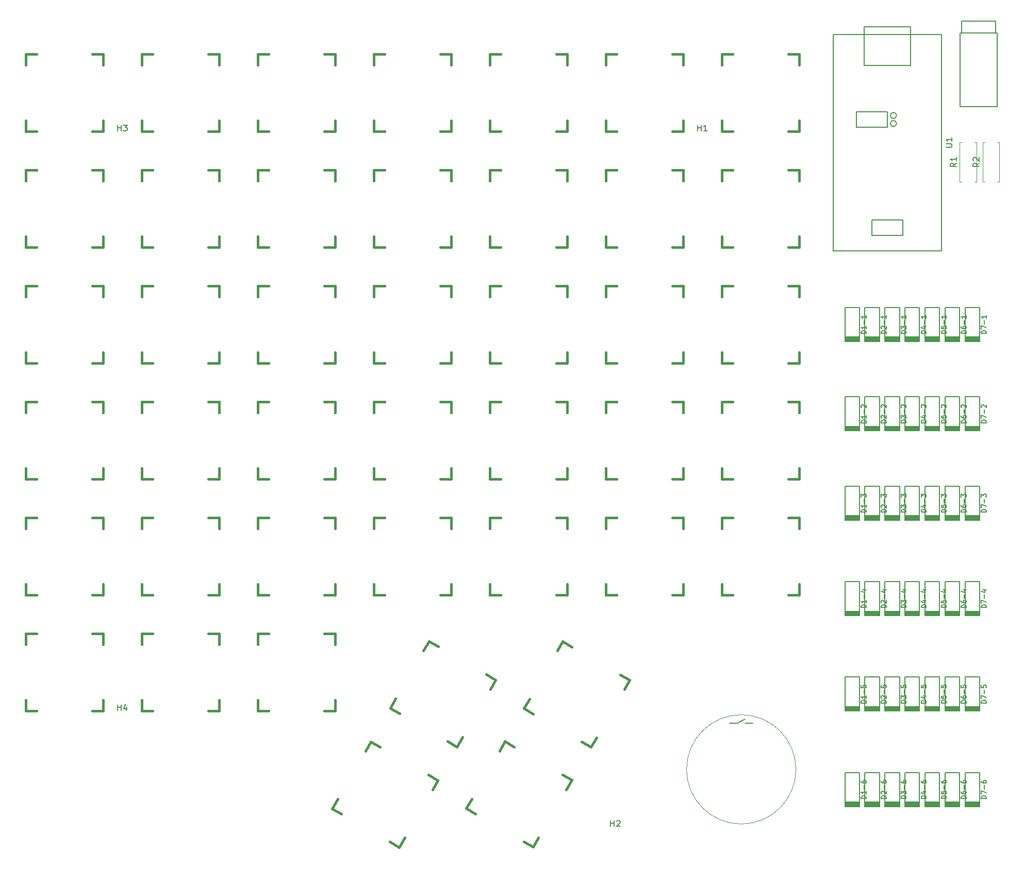
<source format=gto>
%TF.GenerationSoftware,KiCad,Pcbnew,(5.1.9)-1*%
%TF.CreationDate,2021-04-22T01:41:48-06:00*%
%TF.ProjectId,Left Keyboard,4c656674-204b-4657-9962-6f6172642e6b,rev?*%
%TF.SameCoordinates,Original*%
%TF.FileFunction,Legend,Top*%
%TF.FilePolarity,Positive*%
%FSLAX46Y46*%
G04 Gerber Fmt 4.6, Leading zero omitted, Abs format (unit mm)*
G04 Created by KiCad (PCBNEW (5.1.9)-1) date 2021-04-22 01:41:48*
%MOMM*%
%LPD*%
G01*
G04 APERTURE LIST*
%ADD10C,0.381000*%
%ADD11C,0.200000*%
%ADD12C,0.120000*%
%ADD13C,0.150000*%
%ADD14C,0.101600*%
%ADD15C,0.203200*%
G04 APERTURE END LIST*
D10*
%TO.C,K6-2*%
X164725000Y-44790500D02*
X164725000Y-43012500D01*
X164725000Y-55712500D02*
X164725000Y-53934500D01*
X166503000Y-55712500D02*
X164725000Y-55712500D01*
X177425000Y-55712500D02*
X175647000Y-55712500D01*
X177425000Y-53934500D02*
X177425000Y-55712500D01*
X177425000Y-43012500D02*
X177425000Y-44790500D01*
X175647000Y-43012500D02*
X177425000Y-43012500D01*
X164725000Y-43012500D02*
X166503000Y-43012500D01*
D11*
%TO.C,D1-1*%
X206412500Y-65575000D02*
X206412500Y-71175000D01*
X204012500Y-65575000D02*
X206412500Y-65575000D01*
X204012500Y-71175000D02*
X204012500Y-65575000D01*
X204012500Y-71175000D02*
X206412500Y-71175000D01*
X204012500Y-71000000D02*
X206412500Y-71000000D01*
X204012500Y-70825000D02*
X206412500Y-70825000D01*
X204012500Y-70650000D02*
X206412500Y-70650000D01*
X204012500Y-70550000D02*
X206412500Y-70550000D01*
X204012500Y-70450000D02*
X206412500Y-70450000D01*
%TO.C,D1-2*%
X204012500Y-85137500D02*
X206412500Y-85137500D01*
X204012500Y-85237500D02*
X206412500Y-85237500D01*
X204012500Y-85337500D02*
X206412500Y-85337500D01*
X204012500Y-85512500D02*
X206412500Y-85512500D01*
X204012500Y-85687500D02*
X206412500Y-85687500D01*
X204012500Y-85862500D02*
X206412500Y-85862500D01*
X204012500Y-85862500D02*
X204012500Y-80262500D01*
X204012500Y-80262500D02*
X206412500Y-80262500D01*
X206412500Y-80262500D02*
X206412500Y-85862500D01*
%TO.C,D1-3*%
X206412500Y-94950000D02*
X206412500Y-100550000D01*
X204012500Y-94950000D02*
X206412500Y-94950000D01*
X204012500Y-100550000D02*
X204012500Y-94950000D01*
X204012500Y-100550000D02*
X206412500Y-100550000D01*
X204012500Y-100375000D02*
X206412500Y-100375000D01*
X204012500Y-100200000D02*
X206412500Y-100200000D01*
X204012500Y-100025000D02*
X206412500Y-100025000D01*
X204012500Y-99925000D02*
X206412500Y-99925000D01*
X204012500Y-99825000D02*
X206412500Y-99825000D01*
%TO.C,D1-4*%
X204012500Y-115512500D02*
X206412500Y-115512500D01*
X204012500Y-115612500D02*
X206412500Y-115612500D01*
X204012500Y-115712500D02*
X206412500Y-115712500D01*
X204012500Y-115887500D02*
X206412500Y-115887500D01*
X204012500Y-116062500D02*
X206412500Y-116062500D01*
X204012500Y-116237500D02*
X206412500Y-116237500D01*
X204012500Y-116237500D02*
X204012500Y-110637500D01*
X204012500Y-110637500D02*
X206412500Y-110637500D01*
X206412500Y-110637500D02*
X206412500Y-116237500D01*
%TO.C,D1-5*%
X206412500Y-126325000D02*
X206412500Y-131925000D01*
X204012500Y-126325000D02*
X206412500Y-126325000D01*
X204012500Y-131925000D02*
X204012500Y-126325000D01*
X204012500Y-131925000D02*
X206412500Y-131925000D01*
X204012500Y-131750000D02*
X206412500Y-131750000D01*
X204012500Y-131575000D02*
X206412500Y-131575000D01*
X204012500Y-131400000D02*
X206412500Y-131400000D01*
X204012500Y-131300000D02*
X206412500Y-131300000D01*
X204012500Y-131200000D02*
X206412500Y-131200000D01*
%TO.C,D1-6*%
X204012500Y-146887500D02*
X206412500Y-146887500D01*
X204012500Y-146987500D02*
X206412500Y-146987500D01*
X204012500Y-147087500D02*
X206412500Y-147087500D01*
X204012500Y-147262500D02*
X206412500Y-147262500D01*
X204012500Y-147437500D02*
X206412500Y-147437500D01*
X204012500Y-147612500D02*
X206412500Y-147612500D01*
X204012500Y-147612500D02*
X204012500Y-142012500D01*
X204012500Y-142012500D02*
X206412500Y-142012500D01*
X206412500Y-142012500D02*
X206412500Y-147612500D01*
%TO.C,D2-1*%
X209700000Y-65575000D02*
X209700000Y-71175000D01*
X207300000Y-65575000D02*
X209700000Y-65575000D01*
X207300000Y-71175000D02*
X207300000Y-65575000D01*
X207300000Y-71175000D02*
X209700000Y-71175000D01*
X207300000Y-71000000D02*
X209700000Y-71000000D01*
X207300000Y-70825000D02*
X209700000Y-70825000D01*
X207300000Y-70650000D02*
X209700000Y-70650000D01*
X207300000Y-70550000D02*
X209700000Y-70550000D01*
X207300000Y-70450000D02*
X209700000Y-70450000D01*
%TO.C,D2-2*%
X207300000Y-85137500D02*
X209700000Y-85137500D01*
X207300000Y-85237500D02*
X209700000Y-85237500D01*
X207300000Y-85337500D02*
X209700000Y-85337500D01*
X207300000Y-85512500D02*
X209700000Y-85512500D01*
X207300000Y-85687500D02*
X209700000Y-85687500D01*
X207300000Y-85862500D02*
X209700000Y-85862500D01*
X207300000Y-85862500D02*
X207300000Y-80262500D01*
X207300000Y-80262500D02*
X209700000Y-80262500D01*
X209700000Y-80262500D02*
X209700000Y-85862500D01*
%TO.C,D2-3*%
X209700000Y-94950000D02*
X209700000Y-100550000D01*
X207300000Y-94950000D02*
X209700000Y-94950000D01*
X207300000Y-100550000D02*
X207300000Y-94950000D01*
X207300000Y-100550000D02*
X209700000Y-100550000D01*
X207300000Y-100375000D02*
X209700000Y-100375000D01*
X207300000Y-100200000D02*
X209700000Y-100200000D01*
X207300000Y-100025000D02*
X209700000Y-100025000D01*
X207300000Y-99925000D02*
X209700000Y-99925000D01*
X207300000Y-99825000D02*
X209700000Y-99825000D01*
%TO.C,D2-4*%
X207300000Y-115512500D02*
X209700000Y-115512500D01*
X207300000Y-115612500D02*
X209700000Y-115612500D01*
X207300000Y-115712500D02*
X209700000Y-115712500D01*
X207300000Y-115887500D02*
X209700000Y-115887500D01*
X207300000Y-116062500D02*
X209700000Y-116062500D01*
X207300000Y-116237500D02*
X209700000Y-116237500D01*
X207300000Y-116237500D02*
X207300000Y-110637500D01*
X207300000Y-110637500D02*
X209700000Y-110637500D01*
X209700000Y-110637500D02*
X209700000Y-116237500D01*
%TO.C,D2-5*%
X209700000Y-126325000D02*
X209700000Y-131925000D01*
X207300000Y-126325000D02*
X209700000Y-126325000D01*
X207300000Y-131925000D02*
X207300000Y-126325000D01*
X207300000Y-131925000D02*
X209700000Y-131925000D01*
X207300000Y-131750000D02*
X209700000Y-131750000D01*
X207300000Y-131575000D02*
X209700000Y-131575000D01*
X207300000Y-131400000D02*
X209700000Y-131400000D01*
X207300000Y-131300000D02*
X209700000Y-131300000D01*
X207300000Y-131200000D02*
X209700000Y-131200000D01*
%TO.C,D2-6*%
X207300000Y-146887500D02*
X209700000Y-146887500D01*
X207300000Y-146987500D02*
X209700000Y-146987500D01*
X207300000Y-147087500D02*
X209700000Y-147087500D01*
X207300000Y-147262500D02*
X209700000Y-147262500D01*
X207300000Y-147437500D02*
X209700000Y-147437500D01*
X207300000Y-147612500D02*
X209700000Y-147612500D01*
X207300000Y-147612500D02*
X207300000Y-142012500D01*
X207300000Y-142012500D02*
X209700000Y-142012500D01*
X209700000Y-142012500D02*
X209700000Y-147612500D01*
%TO.C,D3-1*%
X212987500Y-65575000D02*
X212987500Y-71175000D01*
X210587500Y-65575000D02*
X212987500Y-65575000D01*
X210587500Y-71175000D02*
X210587500Y-65575000D01*
X210587500Y-71175000D02*
X212987500Y-71175000D01*
X210587500Y-71000000D02*
X212987500Y-71000000D01*
X210587500Y-70825000D02*
X212987500Y-70825000D01*
X210587500Y-70650000D02*
X212987500Y-70650000D01*
X210587500Y-70550000D02*
X212987500Y-70550000D01*
X210587500Y-70450000D02*
X212987500Y-70450000D01*
%TO.C,D3-2*%
X210587500Y-85137500D02*
X212987500Y-85137500D01*
X210587500Y-85237500D02*
X212987500Y-85237500D01*
X210587500Y-85337500D02*
X212987500Y-85337500D01*
X210587500Y-85512500D02*
X212987500Y-85512500D01*
X210587500Y-85687500D02*
X212987500Y-85687500D01*
X210587500Y-85862500D02*
X212987500Y-85862500D01*
X210587500Y-85862500D02*
X210587500Y-80262500D01*
X210587500Y-80262500D02*
X212987500Y-80262500D01*
X212987500Y-80262500D02*
X212987500Y-85862500D01*
%TO.C,D3-3*%
X212987500Y-94950000D02*
X212987500Y-100550000D01*
X210587500Y-94950000D02*
X212987500Y-94950000D01*
X210587500Y-100550000D02*
X210587500Y-94950000D01*
X210587500Y-100550000D02*
X212987500Y-100550000D01*
X210587500Y-100375000D02*
X212987500Y-100375000D01*
X210587500Y-100200000D02*
X212987500Y-100200000D01*
X210587500Y-100025000D02*
X212987500Y-100025000D01*
X210587500Y-99925000D02*
X212987500Y-99925000D01*
X210587500Y-99825000D02*
X212987500Y-99825000D01*
%TO.C,D3-4*%
X210587500Y-115512500D02*
X212987500Y-115512500D01*
X210587500Y-115612500D02*
X212987500Y-115612500D01*
X210587500Y-115712500D02*
X212987500Y-115712500D01*
X210587500Y-115887500D02*
X212987500Y-115887500D01*
X210587500Y-116062500D02*
X212987500Y-116062500D01*
X210587500Y-116237500D02*
X212987500Y-116237500D01*
X210587500Y-116237500D02*
X210587500Y-110637500D01*
X210587500Y-110637500D02*
X212987500Y-110637500D01*
X212987500Y-110637500D02*
X212987500Y-116237500D01*
%TO.C,D3-5*%
X212987500Y-126325000D02*
X212987500Y-131925000D01*
X210587500Y-126325000D02*
X212987500Y-126325000D01*
X210587500Y-131925000D02*
X210587500Y-126325000D01*
X210587500Y-131925000D02*
X212987500Y-131925000D01*
X210587500Y-131750000D02*
X212987500Y-131750000D01*
X210587500Y-131575000D02*
X212987500Y-131575000D01*
X210587500Y-131400000D02*
X212987500Y-131400000D01*
X210587500Y-131300000D02*
X212987500Y-131300000D01*
X210587500Y-131200000D02*
X212987500Y-131200000D01*
%TO.C,D3-6*%
X210587500Y-146887500D02*
X212987500Y-146887500D01*
X210587500Y-146987500D02*
X212987500Y-146987500D01*
X210587500Y-147087500D02*
X212987500Y-147087500D01*
X210587500Y-147262500D02*
X212987500Y-147262500D01*
X210587500Y-147437500D02*
X212987500Y-147437500D01*
X210587500Y-147612500D02*
X212987500Y-147612500D01*
X210587500Y-147612500D02*
X210587500Y-142012500D01*
X210587500Y-142012500D02*
X212987500Y-142012500D01*
X212987500Y-142012500D02*
X212987500Y-147612500D01*
%TO.C,D4-1*%
X213875000Y-70450000D02*
X216275000Y-70450000D01*
X213875000Y-70550000D02*
X216275000Y-70550000D01*
X213875000Y-70650000D02*
X216275000Y-70650000D01*
X213875000Y-70825000D02*
X216275000Y-70825000D01*
X213875000Y-71000000D02*
X216275000Y-71000000D01*
X213875000Y-71175000D02*
X216275000Y-71175000D01*
X213875000Y-71175000D02*
X213875000Y-65575000D01*
X213875000Y-65575000D02*
X216275000Y-65575000D01*
X216275000Y-65575000D02*
X216275000Y-71175000D01*
%TO.C,D4-2*%
X216275000Y-80262500D02*
X216275000Y-85862500D01*
X213875000Y-80262500D02*
X216275000Y-80262500D01*
X213875000Y-85862500D02*
X213875000Y-80262500D01*
X213875000Y-85862500D02*
X216275000Y-85862500D01*
X213875000Y-85687500D02*
X216275000Y-85687500D01*
X213875000Y-85512500D02*
X216275000Y-85512500D01*
X213875000Y-85337500D02*
X216275000Y-85337500D01*
X213875000Y-85237500D02*
X216275000Y-85237500D01*
X213875000Y-85137500D02*
X216275000Y-85137500D01*
%TO.C,D4-3*%
X216275000Y-94950000D02*
X216275000Y-100550000D01*
X213875000Y-94950000D02*
X216275000Y-94950000D01*
X213875000Y-100550000D02*
X213875000Y-94950000D01*
X213875000Y-100550000D02*
X216275000Y-100550000D01*
X213875000Y-100375000D02*
X216275000Y-100375000D01*
X213875000Y-100200000D02*
X216275000Y-100200000D01*
X213875000Y-100025000D02*
X216275000Y-100025000D01*
X213875000Y-99925000D02*
X216275000Y-99925000D01*
X213875000Y-99825000D02*
X216275000Y-99825000D01*
%TO.C,D4-4*%
X213875000Y-115512500D02*
X216275000Y-115512500D01*
X213875000Y-115612500D02*
X216275000Y-115612500D01*
X213875000Y-115712500D02*
X216275000Y-115712500D01*
X213875000Y-115887500D02*
X216275000Y-115887500D01*
X213875000Y-116062500D02*
X216275000Y-116062500D01*
X213875000Y-116237500D02*
X216275000Y-116237500D01*
X213875000Y-116237500D02*
X213875000Y-110637500D01*
X213875000Y-110637500D02*
X216275000Y-110637500D01*
X216275000Y-110637500D02*
X216275000Y-116237500D01*
%TO.C,D4-5*%
X216275000Y-126325000D02*
X216275000Y-131925000D01*
X213875000Y-126325000D02*
X216275000Y-126325000D01*
X213875000Y-131925000D02*
X213875000Y-126325000D01*
X213875000Y-131925000D02*
X216275000Y-131925000D01*
X213875000Y-131750000D02*
X216275000Y-131750000D01*
X213875000Y-131575000D02*
X216275000Y-131575000D01*
X213875000Y-131400000D02*
X216275000Y-131400000D01*
X213875000Y-131300000D02*
X216275000Y-131300000D01*
X213875000Y-131200000D02*
X216275000Y-131200000D01*
%TO.C,D4-6*%
X213875000Y-146887500D02*
X216275000Y-146887500D01*
X213875000Y-146987500D02*
X216275000Y-146987500D01*
X213875000Y-147087500D02*
X216275000Y-147087500D01*
X213875000Y-147262500D02*
X216275000Y-147262500D01*
X213875000Y-147437500D02*
X216275000Y-147437500D01*
X213875000Y-147612500D02*
X216275000Y-147612500D01*
X213875000Y-147612500D02*
X213875000Y-142012500D01*
X213875000Y-142012500D02*
X216275000Y-142012500D01*
X216275000Y-142012500D02*
X216275000Y-147612500D01*
%TO.C,D5-1*%
X217162500Y-70450000D02*
X219562500Y-70450000D01*
X217162500Y-70550000D02*
X219562500Y-70550000D01*
X217162500Y-70650000D02*
X219562500Y-70650000D01*
X217162500Y-70825000D02*
X219562500Y-70825000D01*
X217162500Y-71000000D02*
X219562500Y-71000000D01*
X217162500Y-71175000D02*
X219562500Y-71175000D01*
X217162500Y-71175000D02*
X217162500Y-65575000D01*
X217162500Y-65575000D02*
X219562500Y-65575000D01*
X219562500Y-65575000D02*
X219562500Y-71175000D01*
%TO.C,D5-2*%
X219562500Y-80262500D02*
X219562500Y-85862500D01*
X217162500Y-80262500D02*
X219562500Y-80262500D01*
X217162500Y-85862500D02*
X217162500Y-80262500D01*
X217162500Y-85862500D02*
X219562500Y-85862500D01*
X217162500Y-85687500D02*
X219562500Y-85687500D01*
X217162500Y-85512500D02*
X219562500Y-85512500D01*
X217162500Y-85337500D02*
X219562500Y-85337500D01*
X217162500Y-85237500D02*
X219562500Y-85237500D01*
X217162500Y-85137500D02*
X219562500Y-85137500D01*
%TO.C,D5-3*%
X217162500Y-99825000D02*
X219562500Y-99825000D01*
X217162500Y-99925000D02*
X219562500Y-99925000D01*
X217162500Y-100025000D02*
X219562500Y-100025000D01*
X217162500Y-100200000D02*
X219562500Y-100200000D01*
X217162500Y-100375000D02*
X219562500Y-100375000D01*
X217162500Y-100550000D02*
X219562500Y-100550000D01*
X217162500Y-100550000D02*
X217162500Y-94950000D01*
X217162500Y-94950000D02*
X219562500Y-94950000D01*
X219562500Y-94950000D02*
X219562500Y-100550000D01*
%TO.C,D5-4*%
X219562500Y-110637500D02*
X219562500Y-116237500D01*
X217162500Y-110637500D02*
X219562500Y-110637500D01*
X217162500Y-116237500D02*
X217162500Y-110637500D01*
X217162500Y-116237500D02*
X219562500Y-116237500D01*
X217162500Y-116062500D02*
X219562500Y-116062500D01*
X217162500Y-115887500D02*
X219562500Y-115887500D01*
X217162500Y-115712500D02*
X219562500Y-115712500D01*
X217162500Y-115612500D02*
X219562500Y-115612500D01*
X217162500Y-115512500D02*
X219562500Y-115512500D01*
%TO.C,D5-5*%
X217162500Y-131200000D02*
X219562500Y-131200000D01*
X217162500Y-131300000D02*
X219562500Y-131300000D01*
X217162500Y-131400000D02*
X219562500Y-131400000D01*
X217162500Y-131575000D02*
X219562500Y-131575000D01*
X217162500Y-131750000D02*
X219562500Y-131750000D01*
X217162500Y-131925000D02*
X219562500Y-131925000D01*
X217162500Y-131925000D02*
X217162500Y-126325000D01*
X217162500Y-126325000D02*
X219562500Y-126325000D01*
X219562500Y-126325000D02*
X219562500Y-131925000D01*
%TO.C,D5-6*%
X219562500Y-142012500D02*
X219562500Y-147612500D01*
X217162500Y-142012500D02*
X219562500Y-142012500D01*
X217162500Y-147612500D02*
X217162500Y-142012500D01*
X217162500Y-147612500D02*
X219562500Y-147612500D01*
X217162500Y-147437500D02*
X219562500Y-147437500D01*
X217162500Y-147262500D02*
X219562500Y-147262500D01*
X217162500Y-147087500D02*
X219562500Y-147087500D01*
X217162500Y-146987500D02*
X219562500Y-146987500D01*
X217162500Y-146887500D02*
X219562500Y-146887500D01*
%TO.C,D6-1*%
X220450000Y-70450000D02*
X222850000Y-70450000D01*
X220450000Y-70550000D02*
X222850000Y-70550000D01*
X220450000Y-70650000D02*
X222850000Y-70650000D01*
X220450000Y-70825000D02*
X222850000Y-70825000D01*
X220450000Y-71000000D02*
X222850000Y-71000000D01*
X220450000Y-71175000D02*
X222850000Y-71175000D01*
X220450000Y-71175000D02*
X220450000Y-65575000D01*
X220450000Y-65575000D02*
X222850000Y-65575000D01*
X222850000Y-65575000D02*
X222850000Y-71175000D01*
%TO.C,D6-2*%
X222850000Y-80262500D02*
X222850000Y-85862500D01*
X220450000Y-80262500D02*
X222850000Y-80262500D01*
X220450000Y-85862500D02*
X220450000Y-80262500D01*
X220450000Y-85862500D02*
X222850000Y-85862500D01*
X220450000Y-85687500D02*
X222850000Y-85687500D01*
X220450000Y-85512500D02*
X222850000Y-85512500D01*
X220450000Y-85337500D02*
X222850000Y-85337500D01*
X220450000Y-85237500D02*
X222850000Y-85237500D01*
X220450000Y-85137500D02*
X222850000Y-85137500D01*
%TO.C,D6-3*%
X220450000Y-99825000D02*
X222850000Y-99825000D01*
X220450000Y-99925000D02*
X222850000Y-99925000D01*
X220450000Y-100025000D02*
X222850000Y-100025000D01*
X220450000Y-100200000D02*
X222850000Y-100200000D01*
X220450000Y-100375000D02*
X222850000Y-100375000D01*
X220450000Y-100550000D02*
X222850000Y-100550000D01*
X220450000Y-100550000D02*
X220450000Y-94950000D01*
X220450000Y-94950000D02*
X222850000Y-94950000D01*
X222850000Y-94950000D02*
X222850000Y-100550000D01*
%TO.C,D6-4*%
X222850000Y-110637500D02*
X222850000Y-116237500D01*
X220450000Y-110637500D02*
X222850000Y-110637500D01*
X220450000Y-116237500D02*
X220450000Y-110637500D01*
X220450000Y-116237500D02*
X222850000Y-116237500D01*
X220450000Y-116062500D02*
X222850000Y-116062500D01*
X220450000Y-115887500D02*
X222850000Y-115887500D01*
X220450000Y-115712500D02*
X222850000Y-115712500D01*
X220450000Y-115612500D02*
X222850000Y-115612500D01*
X220450000Y-115512500D02*
X222850000Y-115512500D01*
%TO.C,D6-5*%
X220450000Y-131200000D02*
X222850000Y-131200000D01*
X220450000Y-131300000D02*
X222850000Y-131300000D01*
X220450000Y-131400000D02*
X222850000Y-131400000D01*
X220450000Y-131575000D02*
X222850000Y-131575000D01*
X220450000Y-131750000D02*
X222850000Y-131750000D01*
X220450000Y-131925000D02*
X222850000Y-131925000D01*
X220450000Y-131925000D02*
X220450000Y-126325000D01*
X220450000Y-126325000D02*
X222850000Y-126325000D01*
X222850000Y-126325000D02*
X222850000Y-131925000D01*
%TO.C,D6-6*%
X222850000Y-142012500D02*
X222850000Y-147612500D01*
X220450000Y-142012500D02*
X222850000Y-142012500D01*
X220450000Y-147612500D02*
X220450000Y-142012500D01*
X220450000Y-147612500D02*
X222850000Y-147612500D01*
X220450000Y-147437500D02*
X222850000Y-147437500D01*
X220450000Y-147262500D02*
X222850000Y-147262500D01*
X220450000Y-147087500D02*
X222850000Y-147087500D01*
X220450000Y-146987500D02*
X222850000Y-146987500D01*
X220450000Y-146887500D02*
X222850000Y-146887500D01*
%TO.C,D7-1*%
X223737500Y-70450000D02*
X226137500Y-70450000D01*
X223737500Y-70550000D02*
X226137500Y-70550000D01*
X223737500Y-70650000D02*
X226137500Y-70650000D01*
X223737500Y-70825000D02*
X226137500Y-70825000D01*
X223737500Y-71000000D02*
X226137500Y-71000000D01*
X223737500Y-71175000D02*
X226137500Y-71175000D01*
X223737500Y-71175000D02*
X223737500Y-65575000D01*
X223737500Y-65575000D02*
X226137500Y-65575000D01*
X226137500Y-65575000D02*
X226137500Y-71175000D01*
%TO.C,D7-2*%
X226137500Y-80262500D02*
X226137500Y-85862500D01*
X223737500Y-80262500D02*
X226137500Y-80262500D01*
X223737500Y-85862500D02*
X223737500Y-80262500D01*
X223737500Y-85862500D02*
X226137500Y-85862500D01*
X223737500Y-85687500D02*
X226137500Y-85687500D01*
X223737500Y-85512500D02*
X226137500Y-85512500D01*
X223737500Y-85337500D02*
X226137500Y-85337500D01*
X223737500Y-85237500D02*
X226137500Y-85237500D01*
X223737500Y-85137500D02*
X226137500Y-85137500D01*
%TO.C,D7-3*%
X223737500Y-99825000D02*
X226137500Y-99825000D01*
X223737500Y-99925000D02*
X226137500Y-99925000D01*
X223737500Y-100025000D02*
X226137500Y-100025000D01*
X223737500Y-100200000D02*
X226137500Y-100200000D01*
X223737500Y-100375000D02*
X226137500Y-100375000D01*
X223737500Y-100550000D02*
X226137500Y-100550000D01*
X223737500Y-100550000D02*
X223737500Y-94950000D01*
X223737500Y-94950000D02*
X226137500Y-94950000D01*
X226137500Y-94950000D02*
X226137500Y-100550000D01*
%TO.C,D7-4*%
X226137500Y-110637500D02*
X226137500Y-116237500D01*
X223737500Y-110637500D02*
X226137500Y-110637500D01*
X223737500Y-116237500D02*
X223737500Y-110637500D01*
X223737500Y-116237500D02*
X226137500Y-116237500D01*
X223737500Y-116062500D02*
X226137500Y-116062500D01*
X223737500Y-115887500D02*
X226137500Y-115887500D01*
X223737500Y-115712500D02*
X226137500Y-115712500D01*
X223737500Y-115612500D02*
X226137500Y-115612500D01*
X223737500Y-115512500D02*
X226137500Y-115512500D01*
%TO.C,D7-5*%
X223737500Y-131200000D02*
X226137500Y-131200000D01*
X223737500Y-131300000D02*
X226137500Y-131300000D01*
X223737500Y-131400000D02*
X226137500Y-131400000D01*
X223737500Y-131575000D02*
X226137500Y-131575000D01*
X223737500Y-131750000D02*
X226137500Y-131750000D01*
X223737500Y-131925000D02*
X226137500Y-131925000D01*
X223737500Y-131925000D02*
X223737500Y-126325000D01*
X223737500Y-126325000D02*
X226137500Y-126325000D01*
X226137500Y-126325000D02*
X226137500Y-131925000D01*
%TO.C,D7-6*%
X226137500Y-142012500D02*
X226137500Y-147612500D01*
X223737500Y-142012500D02*
X226137500Y-142012500D01*
X223737500Y-147612500D02*
X223737500Y-142012500D01*
X223737500Y-147612500D02*
X226137500Y-147612500D01*
X223737500Y-147437500D02*
X226137500Y-147437500D01*
X223737500Y-147262500D02*
X226137500Y-147262500D01*
X223737500Y-147087500D02*
X226137500Y-147087500D01*
X223737500Y-146987500D02*
X226137500Y-146987500D01*
X223737500Y-146887500D02*
X226137500Y-146887500D01*
D10*
%TO.C,K1-1*%
X69475000Y-25740500D02*
X69475000Y-23962500D01*
X69475000Y-36662500D02*
X69475000Y-34884500D01*
X71253000Y-36662500D02*
X69475000Y-36662500D01*
X82175000Y-36662500D02*
X80397000Y-36662500D01*
X82175000Y-34884500D02*
X82175000Y-36662500D01*
X82175000Y-23962500D02*
X82175000Y-25740500D01*
X80397000Y-23962500D02*
X82175000Y-23962500D01*
X69475000Y-23962500D02*
X71253000Y-23962500D01*
%TO.C,K1-2*%
X69475000Y-43012500D02*
X71253000Y-43012500D01*
X80397000Y-43012500D02*
X82175000Y-43012500D01*
X82175000Y-43012500D02*
X82175000Y-44790500D01*
X82175000Y-53934500D02*
X82175000Y-55712500D01*
X82175000Y-55712500D02*
X80397000Y-55712500D01*
X71253000Y-55712500D02*
X69475000Y-55712500D01*
X69475000Y-55712500D02*
X69475000Y-53934500D01*
X69475000Y-44790500D02*
X69475000Y-43012500D01*
%TO.C,K1-3*%
X69475000Y-62062500D02*
X71253000Y-62062500D01*
X80397000Y-62062500D02*
X82175000Y-62062500D01*
X82175000Y-62062500D02*
X82175000Y-63840500D01*
X82175000Y-72984500D02*
X82175000Y-74762500D01*
X82175000Y-74762500D02*
X80397000Y-74762500D01*
X71253000Y-74762500D02*
X69475000Y-74762500D01*
X69475000Y-74762500D02*
X69475000Y-72984500D01*
X69475000Y-63840500D02*
X69475000Y-62062500D01*
%TO.C,K1-4*%
X69475000Y-82890500D02*
X69475000Y-81112500D01*
X69475000Y-93812500D02*
X69475000Y-92034500D01*
X71253000Y-93812500D02*
X69475000Y-93812500D01*
X82175000Y-93812500D02*
X80397000Y-93812500D01*
X82175000Y-92034500D02*
X82175000Y-93812500D01*
X82175000Y-81112500D02*
X82175000Y-82890500D01*
X80397000Y-81112500D02*
X82175000Y-81112500D01*
X69475000Y-81112500D02*
X71253000Y-81112500D01*
%TO.C,K1-5*%
X69475000Y-101940500D02*
X69475000Y-100162500D01*
X69475000Y-112862500D02*
X69475000Y-111084500D01*
X71253000Y-112862500D02*
X69475000Y-112862500D01*
X82175000Y-112862500D02*
X80397000Y-112862500D01*
X82175000Y-111084500D02*
X82175000Y-112862500D01*
X82175000Y-100162500D02*
X82175000Y-101940500D01*
X80397000Y-100162500D02*
X82175000Y-100162500D01*
X69475000Y-100162500D02*
X71253000Y-100162500D01*
%TO.C,K1-6*%
X69475000Y-119212500D02*
X71253000Y-119212500D01*
X80397000Y-119212500D02*
X82175000Y-119212500D01*
X82175000Y-119212500D02*
X82175000Y-120990500D01*
X82175000Y-130134500D02*
X82175000Y-131912500D01*
X82175000Y-131912500D02*
X80397000Y-131912500D01*
X71253000Y-131912500D02*
X69475000Y-131912500D01*
X69475000Y-131912500D02*
X69475000Y-130134500D01*
X69475000Y-120990500D02*
X69475000Y-119212500D01*
%TO.C,K2-1*%
X88525000Y-25740500D02*
X88525000Y-23962500D01*
X88525000Y-36662500D02*
X88525000Y-34884500D01*
X90303000Y-36662500D02*
X88525000Y-36662500D01*
X101225000Y-36662500D02*
X99447000Y-36662500D01*
X101225000Y-34884500D02*
X101225000Y-36662500D01*
X101225000Y-23962500D02*
X101225000Y-25740500D01*
X99447000Y-23962500D02*
X101225000Y-23962500D01*
X88525000Y-23962500D02*
X90303000Y-23962500D01*
%TO.C,K2-2*%
X88525000Y-43012500D02*
X90303000Y-43012500D01*
X99447000Y-43012500D02*
X101225000Y-43012500D01*
X101225000Y-43012500D02*
X101225000Y-44790500D01*
X101225000Y-53934500D02*
X101225000Y-55712500D01*
X101225000Y-55712500D02*
X99447000Y-55712500D01*
X90303000Y-55712500D02*
X88525000Y-55712500D01*
X88525000Y-55712500D02*
X88525000Y-53934500D01*
X88525000Y-44790500D02*
X88525000Y-43012500D01*
%TO.C,K2-3*%
X88525000Y-63840500D02*
X88525000Y-62062500D01*
X88525000Y-74762500D02*
X88525000Y-72984500D01*
X90303000Y-74762500D02*
X88525000Y-74762500D01*
X101225000Y-74762500D02*
X99447000Y-74762500D01*
X101225000Y-72984500D02*
X101225000Y-74762500D01*
X101225000Y-62062500D02*
X101225000Y-63840500D01*
X99447000Y-62062500D02*
X101225000Y-62062500D01*
X88525000Y-62062500D02*
X90303000Y-62062500D01*
%TO.C,K2-4*%
X88525000Y-81112500D02*
X90303000Y-81112500D01*
X99447000Y-81112500D02*
X101225000Y-81112500D01*
X101225000Y-81112500D02*
X101225000Y-82890500D01*
X101225000Y-92034500D02*
X101225000Y-93812500D01*
X101225000Y-93812500D02*
X99447000Y-93812500D01*
X90303000Y-93812500D02*
X88525000Y-93812500D01*
X88525000Y-93812500D02*
X88525000Y-92034500D01*
X88525000Y-82890500D02*
X88525000Y-81112500D01*
%TO.C,K2-5*%
X88525000Y-101940500D02*
X88525000Y-100162500D01*
X88525000Y-112862500D02*
X88525000Y-111084500D01*
X90303000Y-112862500D02*
X88525000Y-112862500D01*
X101225000Y-112862500D02*
X99447000Y-112862500D01*
X101225000Y-111084500D02*
X101225000Y-112862500D01*
X101225000Y-100162500D02*
X101225000Y-101940500D01*
X99447000Y-100162500D02*
X101225000Y-100162500D01*
X88525000Y-100162500D02*
X90303000Y-100162500D01*
%TO.C,K2-6*%
X88525000Y-119212500D02*
X90303000Y-119212500D01*
X99447000Y-119212500D02*
X101225000Y-119212500D01*
X101225000Y-119212500D02*
X101225000Y-120990500D01*
X101225000Y-130134500D02*
X101225000Y-131912500D01*
X101225000Y-131912500D02*
X99447000Y-131912500D01*
X90303000Y-131912500D02*
X88525000Y-131912500D01*
X88525000Y-131912500D02*
X88525000Y-130134500D01*
X88525000Y-120990500D02*
X88525000Y-119212500D01*
%TO.C,K3-1*%
X107575000Y-23962500D02*
X109353000Y-23962500D01*
X118497000Y-23962500D02*
X120275000Y-23962500D01*
X120275000Y-23962500D02*
X120275000Y-25740500D01*
X120275000Y-34884500D02*
X120275000Y-36662500D01*
X120275000Y-36662500D02*
X118497000Y-36662500D01*
X109353000Y-36662500D02*
X107575000Y-36662500D01*
X107575000Y-36662500D02*
X107575000Y-34884500D01*
X107575000Y-25740500D02*
X107575000Y-23962500D01*
%TO.C,K3-2*%
X107575000Y-43012500D02*
X109353000Y-43012500D01*
X118497000Y-43012500D02*
X120275000Y-43012500D01*
X120275000Y-43012500D02*
X120275000Y-44790500D01*
X120275000Y-53934500D02*
X120275000Y-55712500D01*
X120275000Y-55712500D02*
X118497000Y-55712500D01*
X109353000Y-55712500D02*
X107575000Y-55712500D01*
X107575000Y-55712500D02*
X107575000Y-53934500D01*
X107575000Y-44790500D02*
X107575000Y-43012500D01*
%TO.C,K3-3*%
X107575000Y-63840500D02*
X107575000Y-62062500D01*
X107575000Y-74762500D02*
X107575000Y-72984500D01*
X109353000Y-74762500D02*
X107575000Y-74762500D01*
X120275000Y-74762500D02*
X118497000Y-74762500D01*
X120275000Y-72984500D02*
X120275000Y-74762500D01*
X120275000Y-62062500D02*
X120275000Y-63840500D01*
X118497000Y-62062500D02*
X120275000Y-62062500D01*
X107575000Y-62062500D02*
X109353000Y-62062500D01*
%TO.C,K3-4*%
X107575000Y-81112500D02*
X109353000Y-81112500D01*
X118497000Y-81112500D02*
X120275000Y-81112500D01*
X120275000Y-81112500D02*
X120275000Y-82890500D01*
X120275000Y-92034500D02*
X120275000Y-93812500D01*
X120275000Y-93812500D02*
X118497000Y-93812500D01*
X109353000Y-93812500D02*
X107575000Y-93812500D01*
X107575000Y-93812500D02*
X107575000Y-92034500D01*
X107575000Y-82890500D02*
X107575000Y-81112500D01*
%TO.C,K3-5*%
X107575000Y-101940500D02*
X107575000Y-100162500D01*
X107575000Y-112862500D02*
X107575000Y-111084500D01*
X109353000Y-112862500D02*
X107575000Y-112862500D01*
X120275000Y-112862500D02*
X118497000Y-112862500D01*
X120275000Y-111084500D02*
X120275000Y-112862500D01*
X120275000Y-100162500D02*
X120275000Y-101940500D01*
X118497000Y-100162500D02*
X120275000Y-100162500D01*
X107575000Y-100162500D02*
X109353000Y-100162500D01*
%TO.C,K3-6*%
X107575000Y-119212500D02*
X109353000Y-119212500D01*
X118497000Y-119212500D02*
X120275000Y-119212500D01*
X120275000Y-119212500D02*
X120275000Y-120990500D01*
X120275000Y-130134500D02*
X120275000Y-131912500D01*
X120275000Y-131912500D02*
X118497000Y-131912500D01*
X109353000Y-131912500D02*
X107575000Y-131912500D01*
X107575000Y-131912500D02*
X107575000Y-130134500D01*
X107575000Y-120990500D02*
X107575000Y-119212500D01*
%TO.C,K4-1*%
X126625000Y-25740500D02*
X126625000Y-23962500D01*
X126625000Y-36662500D02*
X126625000Y-34884500D01*
X128403000Y-36662500D02*
X126625000Y-36662500D01*
X139325000Y-36662500D02*
X137547000Y-36662500D01*
X139325000Y-34884500D02*
X139325000Y-36662500D01*
X139325000Y-23962500D02*
X139325000Y-25740500D01*
X137547000Y-23962500D02*
X139325000Y-23962500D01*
X126625000Y-23962500D02*
X128403000Y-23962500D01*
%TO.C,K4-2*%
X126625000Y-43012500D02*
X128403000Y-43012500D01*
X137547000Y-43012500D02*
X139325000Y-43012500D01*
X139325000Y-43012500D02*
X139325000Y-44790500D01*
X139325000Y-53934500D02*
X139325000Y-55712500D01*
X139325000Y-55712500D02*
X137547000Y-55712500D01*
X128403000Y-55712500D02*
X126625000Y-55712500D01*
X126625000Y-55712500D02*
X126625000Y-53934500D01*
X126625000Y-44790500D02*
X126625000Y-43012500D01*
%TO.C,K4-3*%
X126625000Y-63840500D02*
X126625000Y-62062500D01*
X126625000Y-74762500D02*
X126625000Y-72984500D01*
X128403000Y-74762500D02*
X126625000Y-74762500D01*
X139325000Y-74762500D02*
X137547000Y-74762500D01*
X139325000Y-72984500D02*
X139325000Y-74762500D01*
X139325000Y-62062500D02*
X139325000Y-63840500D01*
X137547000Y-62062500D02*
X139325000Y-62062500D01*
X126625000Y-62062500D02*
X128403000Y-62062500D01*
%TO.C,K4-4*%
X126625000Y-81112500D02*
X128403000Y-81112500D01*
X137547000Y-81112500D02*
X139325000Y-81112500D01*
X139325000Y-81112500D02*
X139325000Y-82890500D01*
X139325000Y-92034500D02*
X139325000Y-93812500D01*
X139325000Y-93812500D02*
X137547000Y-93812500D01*
X128403000Y-93812500D02*
X126625000Y-93812500D01*
X126625000Y-93812500D02*
X126625000Y-92034500D01*
X126625000Y-82890500D02*
X126625000Y-81112500D01*
%TO.C,K4-5*%
X126625000Y-101940500D02*
X126625000Y-100162500D01*
X126625000Y-112862500D02*
X126625000Y-111084500D01*
X128403000Y-112862500D02*
X126625000Y-112862500D01*
X139325000Y-112862500D02*
X137547000Y-112862500D01*
X139325000Y-111084500D02*
X139325000Y-112862500D01*
X139325000Y-100162500D02*
X139325000Y-101940500D01*
X137547000Y-100162500D02*
X139325000Y-100162500D01*
X126625000Y-100162500D02*
X128403000Y-100162500D01*
%TO.C,K4-6*%
X135688239Y-120425739D02*
X137228032Y-121314739D01*
X145146968Y-125886739D02*
X146686761Y-126775739D01*
X146686761Y-126775739D02*
X145797761Y-128315532D01*
X141225761Y-136234468D02*
X140336761Y-137774261D01*
X140336761Y-137774261D02*
X138796968Y-136885261D01*
X130878032Y-132313261D02*
X129338239Y-131424261D01*
X129338239Y-131424261D02*
X130227239Y-129884468D01*
X134799239Y-121965532D02*
X135688239Y-120425739D01*
%TO.C,K5-1*%
X145675000Y-25740500D02*
X145675000Y-23962500D01*
X145675000Y-36662500D02*
X145675000Y-34884500D01*
X147453000Y-36662500D02*
X145675000Y-36662500D01*
X158375000Y-36662500D02*
X156597000Y-36662500D01*
X158375000Y-34884500D02*
X158375000Y-36662500D01*
X158375000Y-23962500D02*
X158375000Y-25740500D01*
X156597000Y-23962500D02*
X158375000Y-23962500D01*
X145675000Y-23962500D02*
X147453000Y-23962500D01*
%TO.C,K5-2*%
X145675000Y-43012500D02*
X147453000Y-43012500D01*
X156597000Y-43012500D02*
X158375000Y-43012500D01*
X158375000Y-43012500D02*
X158375000Y-44790500D01*
X158375000Y-53934500D02*
X158375000Y-55712500D01*
X158375000Y-55712500D02*
X156597000Y-55712500D01*
X147453000Y-55712500D02*
X145675000Y-55712500D01*
X145675000Y-55712500D02*
X145675000Y-53934500D01*
X145675000Y-44790500D02*
X145675000Y-43012500D01*
%TO.C,K5-3*%
X145675000Y-63840500D02*
X145675000Y-62062500D01*
X145675000Y-74762500D02*
X145675000Y-72984500D01*
X147453000Y-74762500D02*
X145675000Y-74762500D01*
X158375000Y-74762500D02*
X156597000Y-74762500D01*
X158375000Y-72984500D02*
X158375000Y-74762500D01*
X158375000Y-62062500D02*
X158375000Y-63840500D01*
X156597000Y-62062500D02*
X158375000Y-62062500D01*
X145675000Y-62062500D02*
X147453000Y-62062500D01*
%TO.C,K5-4*%
X145675000Y-82890500D02*
X145675000Y-81112500D01*
X145675000Y-93812500D02*
X145675000Y-92034500D01*
X147453000Y-93812500D02*
X145675000Y-93812500D01*
X158375000Y-93812500D02*
X156597000Y-93812500D01*
X158375000Y-92034500D02*
X158375000Y-93812500D01*
X158375000Y-81112500D02*
X158375000Y-82890500D01*
X156597000Y-81112500D02*
X158375000Y-81112500D01*
X145675000Y-81112500D02*
X147453000Y-81112500D01*
%TO.C,K5-5*%
X145675000Y-100162500D02*
X147453000Y-100162500D01*
X156597000Y-100162500D02*
X158375000Y-100162500D01*
X158375000Y-100162500D02*
X158375000Y-101940500D01*
X158375000Y-111084500D02*
X158375000Y-112862500D01*
X158375000Y-112862500D02*
X156597000Y-112862500D01*
X147453000Y-112862500D02*
X145675000Y-112862500D01*
X145675000Y-112862500D02*
X145675000Y-111084500D01*
X145675000Y-101940500D02*
X145675000Y-100162500D01*
%TO.C,K5-6*%
X125286739Y-138475532D02*
X126175739Y-136935739D01*
X119825739Y-147934261D02*
X120714739Y-146394468D01*
X121365532Y-148823261D02*
X119825739Y-147934261D01*
X130824261Y-154284261D02*
X129284468Y-153395261D01*
X131713261Y-152744468D02*
X130824261Y-154284261D01*
X137174261Y-143285739D02*
X136285261Y-144825532D01*
X135634468Y-142396739D02*
X137174261Y-143285739D01*
X126175739Y-136935739D02*
X127715532Y-137824739D01*
%TO.C,K6-1*%
X164725000Y-23962500D02*
X166503000Y-23962500D01*
X175647000Y-23962500D02*
X177425000Y-23962500D01*
X177425000Y-23962500D02*
X177425000Y-25740500D01*
X177425000Y-34884500D02*
X177425000Y-36662500D01*
X177425000Y-36662500D02*
X175647000Y-36662500D01*
X166503000Y-36662500D02*
X164725000Y-36662500D01*
X164725000Y-36662500D02*
X164725000Y-34884500D01*
X164725000Y-25740500D02*
X164725000Y-23962500D01*
%TO.C,K6-3*%
X164725000Y-62062500D02*
X166503000Y-62062500D01*
X175647000Y-62062500D02*
X177425000Y-62062500D01*
X177425000Y-62062500D02*
X177425000Y-63840500D01*
X177425000Y-72984500D02*
X177425000Y-74762500D01*
X177425000Y-74762500D02*
X175647000Y-74762500D01*
X166503000Y-74762500D02*
X164725000Y-74762500D01*
X164725000Y-74762500D02*
X164725000Y-72984500D01*
X164725000Y-63840500D02*
X164725000Y-62062500D01*
%TO.C,K6-4*%
X164725000Y-82890500D02*
X164725000Y-81112500D01*
X164725000Y-93812500D02*
X164725000Y-92034500D01*
X166503000Y-93812500D02*
X164725000Y-93812500D01*
X177425000Y-93812500D02*
X175647000Y-93812500D01*
X177425000Y-92034500D02*
X177425000Y-93812500D01*
X177425000Y-81112500D02*
X177425000Y-82890500D01*
X175647000Y-81112500D02*
X177425000Y-81112500D01*
X164725000Y-81112500D02*
X166503000Y-81112500D01*
%TO.C,K6-5*%
X164725000Y-101940500D02*
X164725000Y-100162500D01*
X164725000Y-112862500D02*
X164725000Y-111084500D01*
X166503000Y-112862500D02*
X164725000Y-112862500D01*
X177425000Y-112862500D02*
X175647000Y-112862500D01*
X177425000Y-111084500D02*
X177425000Y-112862500D01*
X177425000Y-100162500D02*
X177425000Y-101940500D01*
X175647000Y-100162500D02*
X177425000Y-100162500D01*
X164725000Y-100162500D02*
X166503000Y-100162500D01*
%TO.C,K6-6*%
X157675739Y-120475739D02*
X159215532Y-121364739D01*
X167134468Y-125936739D02*
X168674261Y-126825739D01*
X168674261Y-126825739D02*
X167785261Y-128365532D01*
X163213261Y-136284468D02*
X162324261Y-137824261D01*
X162324261Y-137824261D02*
X160784468Y-136935261D01*
X152865532Y-132363261D02*
X151325739Y-131474261D01*
X151325739Y-131474261D02*
X152214739Y-129934468D01*
X156786739Y-122015532D02*
X157675739Y-120475739D01*
%TO.C,K7-1*%
X183775000Y-25740500D02*
X183775000Y-23962500D01*
X183775000Y-36662500D02*
X183775000Y-34884500D01*
X185553000Y-36662500D02*
X183775000Y-36662500D01*
X196475000Y-36662500D02*
X194697000Y-36662500D01*
X196475000Y-34884500D02*
X196475000Y-36662500D01*
X196475000Y-23962500D02*
X196475000Y-25740500D01*
X194697000Y-23962500D02*
X196475000Y-23962500D01*
X183775000Y-23962500D02*
X185553000Y-23962500D01*
%TO.C,K7-2*%
X183775000Y-43012500D02*
X185553000Y-43012500D01*
X194697000Y-43012500D02*
X196475000Y-43012500D01*
X196475000Y-43012500D02*
X196475000Y-44790500D01*
X196475000Y-53934500D02*
X196475000Y-55712500D01*
X196475000Y-55712500D02*
X194697000Y-55712500D01*
X185553000Y-55712500D02*
X183775000Y-55712500D01*
X183775000Y-55712500D02*
X183775000Y-53934500D01*
X183775000Y-44790500D02*
X183775000Y-43012500D01*
%TO.C,K7-3*%
X183775000Y-63840500D02*
X183775000Y-62062500D01*
X183775000Y-74762500D02*
X183775000Y-72984500D01*
X185553000Y-74762500D02*
X183775000Y-74762500D01*
X196475000Y-74762500D02*
X194697000Y-74762500D01*
X196475000Y-72984500D02*
X196475000Y-74762500D01*
X196475000Y-62062500D02*
X196475000Y-63840500D01*
X194697000Y-62062500D02*
X196475000Y-62062500D01*
X183775000Y-62062500D02*
X185553000Y-62062500D01*
%TO.C,K7-4*%
X183775000Y-81112500D02*
X185553000Y-81112500D01*
X194697000Y-81112500D02*
X196475000Y-81112500D01*
X196475000Y-81112500D02*
X196475000Y-82890500D01*
X196475000Y-92034500D02*
X196475000Y-93812500D01*
X196475000Y-93812500D02*
X194697000Y-93812500D01*
X185553000Y-93812500D02*
X183775000Y-93812500D01*
X183775000Y-93812500D02*
X183775000Y-92034500D01*
X183775000Y-82890500D02*
X183775000Y-81112500D01*
%TO.C,K7-5*%
X183775000Y-101940500D02*
X183775000Y-100162500D01*
X183775000Y-112862500D02*
X183775000Y-111084500D01*
X185553000Y-112862500D02*
X183775000Y-112862500D01*
X196475000Y-112862500D02*
X194697000Y-112862500D01*
X196475000Y-111084500D02*
X196475000Y-112862500D01*
X196475000Y-100162500D02*
X196475000Y-101940500D01*
X194697000Y-100162500D02*
X196475000Y-100162500D01*
X183775000Y-100162500D02*
X185553000Y-100162500D01*
%TO.C,K7-6*%
X148175739Y-136915739D02*
X149715532Y-137804739D01*
X157634468Y-142376739D02*
X159174261Y-143265739D01*
X159174261Y-143265739D02*
X158285261Y-144805532D01*
X153713261Y-152724468D02*
X152824261Y-154264261D01*
X152824261Y-154264261D02*
X151284468Y-153375261D01*
X143365532Y-148803261D02*
X141825739Y-147914261D01*
X141825739Y-147914261D02*
X142714739Y-146374468D01*
X147286739Y-138455532D02*
X148175739Y-136915739D01*
D12*
%TO.C,R1*%
X225620000Y-38420000D02*
X225290000Y-38420000D01*
X225620000Y-44960000D02*
X225620000Y-38420000D01*
X225290000Y-44960000D02*
X225620000Y-44960000D01*
X222880000Y-38420000D02*
X223210000Y-38420000D01*
X222880000Y-44960000D02*
X222880000Y-38420000D01*
X223210000Y-44960000D02*
X222880000Y-44960000D01*
%TO.C,R2*%
X226960000Y-44960000D02*
X226630000Y-44960000D01*
X226630000Y-44960000D02*
X226630000Y-38420000D01*
X226630000Y-38420000D02*
X226960000Y-38420000D01*
X229040000Y-44960000D02*
X229370000Y-44960000D01*
X229370000Y-44960000D02*
X229370000Y-38420000D01*
X229370000Y-38420000D02*
X229040000Y-38420000D01*
D13*
%TO.C,TRRS1*%
X228800000Y-18500000D02*
X223200000Y-18500000D01*
X223200000Y-20500000D02*
X223200000Y-18500000D01*
X228800000Y-20500000D02*
X228800000Y-18500000D01*
X222950000Y-20500000D02*
X222950000Y-32600000D01*
X229050000Y-20500000D02*
X229050000Y-32600000D01*
X229050000Y-32600000D02*
X222950000Y-32600000D01*
X229050000Y-20500000D02*
X222950000Y-20500000D01*
%TO.C,U1*%
X202110000Y-20720000D02*
X219890000Y-20720000D01*
X202110000Y-56280000D02*
X202110000Y-20720000D01*
X219890000Y-56280000D02*
X202110000Y-56280000D01*
X219890000Y-20720000D02*
X219890000Y-56280000D01*
X213540000Y-51200000D02*
X213540000Y-53740000D01*
X208460000Y-51200000D02*
X213540000Y-51200000D01*
X208460000Y-53740000D02*
X208460000Y-51200000D01*
X213540000Y-53740000D02*
X208460000Y-53740000D01*
X207190000Y-25800000D02*
X207190000Y-20720000D01*
X214810000Y-25800000D02*
X214810000Y-20720000D01*
X207190000Y-25800000D02*
X214810000Y-25800000D01*
X214810000Y-19450000D02*
X214810000Y-20720000D01*
X207190000Y-19450000D02*
X214810000Y-19450000D01*
X207190000Y-20720000D02*
X207190000Y-19450000D01*
X212490000Y-34030000D02*
G75*
G03*
X212490000Y-34030000I-500000J0D01*
G01*
X212490000Y-35350000D02*
G75*
G03*
X212490000Y-35350000I-500000J0D01*
G01*
X211000000Y-35960000D02*
X205920000Y-35960000D01*
X205920000Y-35960000D02*
X205920000Y-33420000D01*
X205920000Y-33420000D02*
X211000000Y-33420000D01*
X211000000Y-33420000D02*
X211000000Y-35960000D01*
D14*
%TO.C,U2*%
X195980256Y-141500000D02*
G75*
G03*
X195980256Y-141500000I-8980256J0D01*
G01*
D15*
X187635000Y-133880000D02*
X188905000Y-133880000D01*
X186365000Y-133880000D02*
X187635000Y-133245000D01*
X185095000Y-133880000D02*
X186365000Y-133880000D01*
%TO.C,D1-1*%
D13*
X207499404Y-69841666D02*
X206699404Y-69841666D01*
X206699404Y-69651190D01*
X206737500Y-69536904D01*
X206813690Y-69460714D01*
X206889880Y-69422619D01*
X207042261Y-69384523D01*
X207156547Y-69384523D01*
X207308928Y-69422619D01*
X207385119Y-69460714D01*
X207461309Y-69536904D01*
X207499404Y-69651190D01*
X207499404Y-69841666D01*
X207499404Y-68622619D02*
X207499404Y-69079761D01*
X207499404Y-68851190D02*
X206699404Y-68851190D01*
X206813690Y-68927380D01*
X206889880Y-69003571D01*
X206927976Y-69079761D01*
X207194642Y-68279761D02*
X207194642Y-67670238D01*
X207499404Y-66870238D02*
X207499404Y-67327380D01*
X207499404Y-67098809D02*
X206699404Y-67098809D01*
X206813690Y-67175000D01*
X206889880Y-67251190D01*
X206927976Y-67327380D01*
%TO.C,D1-2*%
X207499404Y-84529166D02*
X206699404Y-84529166D01*
X206699404Y-84338690D01*
X206737500Y-84224404D01*
X206813690Y-84148214D01*
X206889880Y-84110119D01*
X207042261Y-84072023D01*
X207156547Y-84072023D01*
X207308928Y-84110119D01*
X207385119Y-84148214D01*
X207461309Y-84224404D01*
X207499404Y-84338690D01*
X207499404Y-84529166D01*
X207499404Y-83310119D02*
X207499404Y-83767261D01*
X207499404Y-83538690D02*
X206699404Y-83538690D01*
X206813690Y-83614880D01*
X206889880Y-83691071D01*
X206927976Y-83767261D01*
X207194642Y-82967261D02*
X207194642Y-82357738D01*
X206775595Y-82014880D02*
X206737500Y-81976785D01*
X206699404Y-81900595D01*
X206699404Y-81710119D01*
X206737500Y-81633928D01*
X206775595Y-81595833D01*
X206851785Y-81557738D01*
X206927976Y-81557738D01*
X207042261Y-81595833D01*
X207499404Y-82052976D01*
X207499404Y-81557738D01*
%TO.C,D1-3*%
X207499404Y-99216666D02*
X206699404Y-99216666D01*
X206699404Y-99026190D01*
X206737500Y-98911904D01*
X206813690Y-98835714D01*
X206889880Y-98797619D01*
X207042261Y-98759523D01*
X207156547Y-98759523D01*
X207308928Y-98797619D01*
X207385119Y-98835714D01*
X207461309Y-98911904D01*
X207499404Y-99026190D01*
X207499404Y-99216666D01*
X207499404Y-97997619D02*
X207499404Y-98454761D01*
X207499404Y-98226190D02*
X206699404Y-98226190D01*
X206813690Y-98302380D01*
X206889880Y-98378571D01*
X206927976Y-98454761D01*
X207194642Y-97654761D02*
X207194642Y-97045238D01*
X206699404Y-96740476D02*
X206699404Y-96245238D01*
X207004166Y-96511904D01*
X207004166Y-96397619D01*
X207042261Y-96321428D01*
X207080357Y-96283333D01*
X207156547Y-96245238D01*
X207347023Y-96245238D01*
X207423214Y-96283333D01*
X207461309Y-96321428D01*
X207499404Y-96397619D01*
X207499404Y-96626190D01*
X207461309Y-96702380D01*
X207423214Y-96740476D01*
%TO.C,D1-4*%
X207499404Y-114904166D02*
X206699404Y-114904166D01*
X206699404Y-114713690D01*
X206737500Y-114599404D01*
X206813690Y-114523214D01*
X206889880Y-114485119D01*
X207042261Y-114447023D01*
X207156547Y-114447023D01*
X207308928Y-114485119D01*
X207385119Y-114523214D01*
X207461309Y-114599404D01*
X207499404Y-114713690D01*
X207499404Y-114904166D01*
X207499404Y-113685119D02*
X207499404Y-114142261D01*
X207499404Y-113913690D02*
X206699404Y-113913690D01*
X206813690Y-113989880D01*
X206889880Y-114066071D01*
X206927976Y-114142261D01*
X207194642Y-113342261D02*
X207194642Y-112732738D01*
X206966071Y-112008928D02*
X207499404Y-112008928D01*
X206661309Y-112199404D02*
X207232738Y-112389880D01*
X207232738Y-111894642D01*
%TO.C,D1-5*%
X207499404Y-130591666D02*
X206699404Y-130591666D01*
X206699404Y-130401190D01*
X206737500Y-130286904D01*
X206813690Y-130210714D01*
X206889880Y-130172619D01*
X207042261Y-130134523D01*
X207156547Y-130134523D01*
X207308928Y-130172619D01*
X207385119Y-130210714D01*
X207461309Y-130286904D01*
X207499404Y-130401190D01*
X207499404Y-130591666D01*
X207499404Y-129372619D02*
X207499404Y-129829761D01*
X207499404Y-129601190D02*
X206699404Y-129601190D01*
X206813690Y-129677380D01*
X206889880Y-129753571D01*
X206927976Y-129829761D01*
X207194642Y-129029761D02*
X207194642Y-128420238D01*
X206699404Y-127658333D02*
X206699404Y-128039285D01*
X207080357Y-128077380D01*
X207042261Y-128039285D01*
X207004166Y-127963095D01*
X207004166Y-127772619D01*
X207042261Y-127696428D01*
X207080357Y-127658333D01*
X207156547Y-127620238D01*
X207347023Y-127620238D01*
X207423214Y-127658333D01*
X207461309Y-127696428D01*
X207499404Y-127772619D01*
X207499404Y-127963095D01*
X207461309Y-128039285D01*
X207423214Y-128077380D01*
%TO.C,D1-6*%
X207499404Y-146279166D02*
X206699404Y-146279166D01*
X206699404Y-146088690D01*
X206737500Y-145974404D01*
X206813690Y-145898214D01*
X206889880Y-145860119D01*
X207042261Y-145822023D01*
X207156547Y-145822023D01*
X207308928Y-145860119D01*
X207385119Y-145898214D01*
X207461309Y-145974404D01*
X207499404Y-146088690D01*
X207499404Y-146279166D01*
X207499404Y-145060119D02*
X207499404Y-145517261D01*
X207499404Y-145288690D02*
X206699404Y-145288690D01*
X206813690Y-145364880D01*
X206889880Y-145441071D01*
X206927976Y-145517261D01*
X207194642Y-144717261D02*
X207194642Y-144107738D01*
X206699404Y-143383928D02*
X206699404Y-143536309D01*
X206737500Y-143612500D01*
X206775595Y-143650595D01*
X206889880Y-143726785D01*
X207042261Y-143764880D01*
X207347023Y-143764880D01*
X207423214Y-143726785D01*
X207461309Y-143688690D01*
X207499404Y-143612500D01*
X207499404Y-143460119D01*
X207461309Y-143383928D01*
X207423214Y-143345833D01*
X207347023Y-143307738D01*
X207156547Y-143307738D01*
X207080357Y-143345833D01*
X207042261Y-143383928D01*
X207004166Y-143460119D01*
X207004166Y-143612500D01*
X207042261Y-143688690D01*
X207080357Y-143726785D01*
X207156547Y-143764880D01*
%TO.C,D2-1*%
X210786904Y-69841666D02*
X209986904Y-69841666D01*
X209986904Y-69651190D01*
X210025000Y-69536904D01*
X210101190Y-69460714D01*
X210177380Y-69422619D01*
X210329761Y-69384523D01*
X210444047Y-69384523D01*
X210596428Y-69422619D01*
X210672619Y-69460714D01*
X210748809Y-69536904D01*
X210786904Y-69651190D01*
X210786904Y-69841666D01*
X210063095Y-69079761D02*
X210025000Y-69041666D01*
X209986904Y-68965476D01*
X209986904Y-68775000D01*
X210025000Y-68698809D01*
X210063095Y-68660714D01*
X210139285Y-68622619D01*
X210215476Y-68622619D01*
X210329761Y-68660714D01*
X210786904Y-69117857D01*
X210786904Y-68622619D01*
X210482142Y-68279761D02*
X210482142Y-67670238D01*
X210786904Y-66870238D02*
X210786904Y-67327380D01*
X210786904Y-67098809D02*
X209986904Y-67098809D01*
X210101190Y-67175000D01*
X210177380Y-67251190D01*
X210215476Y-67327380D01*
%TO.C,D2-2*%
X210786904Y-84529166D02*
X209986904Y-84529166D01*
X209986904Y-84338690D01*
X210025000Y-84224404D01*
X210101190Y-84148214D01*
X210177380Y-84110119D01*
X210329761Y-84072023D01*
X210444047Y-84072023D01*
X210596428Y-84110119D01*
X210672619Y-84148214D01*
X210748809Y-84224404D01*
X210786904Y-84338690D01*
X210786904Y-84529166D01*
X210063095Y-83767261D02*
X210025000Y-83729166D01*
X209986904Y-83652976D01*
X209986904Y-83462500D01*
X210025000Y-83386309D01*
X210063095Y-83348214D01*
X210139285Y-83310119D01*
X210215476Y-83310119D01*
X210329761Y-83348214D01*
X210786904Y-83805357D01*
X210786904Y-83310119D01*
X210482142Y-82967261D02*
X210482142Y-82357738D01*
X210063095Y-82014880D02*
X210025000Y-81976785D01*
X209986904Y-81900595D01*
X209986904Y-81710119D01*
X210025000Y-81633928D01*
X210063095Y-81595833D01*
X210139285Y-81557738D01*
X210215476Y-81557738D01*
X210329761Y-81595833D01*
X210786904Y-82052976D01*
X210786904Y-81557738D01*
%TO.C,D2-3*%
X210786904Y-99216666D02*
X209986904Y-99216666D01*
X209986904Y-99026190D01*
X210025000Y-98911904D01*
X210101190Y-98835714D01*
X210177380Y-98797619D01*
X210329761Y-98759523D01*
X210444047Y-98759523D01*
X210596428Y-98797619D01*
X210672619Y-98835714D01*
X210748809Y-98911904D01*
X210786904Y-99026190D01*
X210786904Y-99216666D01*
X210063095Y-98454761D02*
X210025000Y-98416666D01*
X209986904Y-98340476D01*
X209986904Y-98150000D01*
X210025000Y-98073809D01*
X210063095Y-98035714D01*
X210139285Y-97997619D01*
X210215476Y-97997619D01*
X210329761Y-98035714D01*
X210786904Y-98492857D01*
X210786904Y-97997619D01*
X210482142Y-97654761D02*
X210482142Y-97045238D01*
X209986904Y-96740476D02*
X209986904Y-96245238D01*
X210291666Y-96511904D01*
X210291666Y-96397619D01*
X210329761Y-96321428D01*
X210367857Y-96283333D01*
X210444047Y-96245238D01*
X210634523Y-96245238D01*
X210710714Y-96283333D01*
X210748809Y-96321428D01*
X210786904Y-96397619D01*
X210786904Y-96626190D01*
X210748809Y-96702380D01*
X210710714Y-96740476D01*
%TO.C,D2-4*%
X210786904Y-114904166D02*
X209986904Y-114904166D01*
X209986904Y-114713690D01*
X210025000Y-114599404D01*
X210101190Y-114523214D01*
X210177380Y-114485119D01*
X210329761Y-114447023D01*
X210444047Y-114447023D01*
X210596428Y-114485119D01*
X210672619Y-114523214D01*
X210748809Y-114599404D01*
X210786904Y-114713690D01*
X210786904Y-114904166D01*
X210063095Y-114142261D02*
X210025000Y-114104166D01*
X209986904Y-114027976D01*
X209986904Y-113837500D01*
X210025000Y-113761309D01*
X210063095Y-113723214D01*
X210139285Y-113685119D01*
X210215476Y-113685119D01*
X210329761Y-113723214D01*
X210786904Y-114180357D01*
X210786904Y-113685119D01*
X210482142Y-113342261D02*
X210482142Y-112732738D01*
X210253571Y-112008928D02*
X210786904Y-112008928D01*
X209948809Y-112199404D02*
X210520238Y-112389880D01*
X210520238Y-111894642D01*
%TO.C,D2-5*%
X210786904Y-130591666D02*
X209986904Y-130591666D01*
X209986904Y-130401190D01*
X210025000Y-130286904D01*
X210101190Y-130210714D01*
X210177380Y-130172619D01*
X210329761Y-130134523D01*
X210444047Y-130134523D01*
X210596428Y-130172619D01*
X210672619Y-130210714D01*
X210748809Y-130286904D01*
X210786904Y-130401190D01*
X210786904Y-130591666D01*
X210063095Y-129829761D02*
X210025000Y-129791666D01*
X209986904Y-129715476D01*
X209986904Y-129525000D01*
X210025000Y-129448809D01*
X210063095Y-129410714D01*
X210139285Y-129372619D01*
X210215476Y-129372619D01*
X210329761Y-129410714D01*
X210786904Y-129867857D01*
X210786904Y-129372619D01*
X210482142Y-129029761D02*
X210482142Y-128420238D01*
X209986904Y-127658333D02*
X209986904Y-128039285D01*
X210367857Y-128077380D01*
X210329761Y-128039285D01*
X210291666Y-127963095D01*
X210291666Y-127772619D01*
X210329761Y-127696428D01*
X210367857Y-127658333D01*
X210444047Y-127620238D01*
X210634523Y-127620238D01*
X210710714Y-127658333D01*
X210748809Y-127696428D01*
X210786904Y-127772619D01*
X210786904Y-127963095D01*
X210748809Y-128039285D01*
X210710714Y-128077380D01*
%TO.C,D2-6*%
X210786904Y-146279166D02*
X209986904Y-146279166D01*
X209986904Y-146088690D01*
X210025000Y-145974404D01*
X210101190Y-145898214D01*
X210177380Y-145860119D01*
X210329761Y-145822023D01*
X210444047Y-145822023D01*
X210596428Y-145860119D01*
X210672619Y-145898214D01*
X210748809Y-145974404D01*
X210786904Y-146088690D01*
X210786904Y-146279166D01*
X210063095Y-145517261D02*
X210025000Y-145479166D01*
X209986904Y-145402976D01*
X209986904Y-145212500D01*
X210025000Y-145136309D01*
X210063095Y-145098214D01*
X210139285Y-145060119D01*
X210215476Y-145060119D01*
X210329761Y-145098214D01*
X210786904Y-145555357D01*
X210786904Y-145060119D01*
X210482142Y-144717261D02*
X210482142Y-144107738D01*
X209986904Y-143383928D02*
X209986904Y-143536309D01*
X210025000Y-143612500D01*
X210063095Y-143650595D01*
X210177380Y-143726785D01*
X210329761Y-143764880D01*
X210634523Y-143764880D01*
X210710714Y-143726785D01*
X210748809Y-143688690D01*
X210786904Y-143612500D01*
X210786904Y-143460119D01*
X210748809Y-143383928D01*
X210710714Y-143345833D01*
X210634523Y-143307738D01*
X210444047Y-143307738D01*
X210367857Y-143345833D01*
X210329761Y-143383928D01*
X210291666Y-143460119D01*
X210291666Y-143612500D01*
X210329761Y-143688690D01*
X210367857Y-143726785D01*
X210444047Y-143764880D01*
%TO.C,D3-1*%
X214074404Y-69841666D02*
X213274404Y-69841666D01*
X213274404Y-69651190D01*
X213312500Y-69536904D01*
X213388690Y-69460714D01*
X213464880Y-69422619D01*
X213617261Y-69384523D01*
X213731547Y-69384523D01*
X213883928Y-69422619D01*
X213960119Y-69460714D01*
X214036309Y-69536904D01*
X214074404Y-69651190D01*
X214074404Y-69841666D01*
X213274404Y-69117857D02*
X213274404Y-68622619D01*
X213579166Y-68889285D01*
X213579166Y-68775000D01*
X213617261Y-68698809D01*
X213655357Y-68660714D01*
X213731547Y-68622619D01*
X213922023Y-68622619D01*
X213998214Y-68660714D01*
X214036309Y-68698809D01*
X214074404Y-68775000D01*
X214074404Y-69003571D01*
X214036309Y-69079761D01*
X213998214Y-69117857D01*
X213769642Y-68279761D02*
X213769642Y-67670238D01*
X214074404Y-66870238D02*
X214074404Y-67327380D01*
X214074404Y-67098809D02*
X213274404Y-67098809D01*
X213388690Y-67175000D01*
X213464880Y-67251190D01*
X213502976Y-67327380D01*
%TO.C,D3-2*%
X214074404Y-84529166D02*
X213274404Y-84529166D01*
X213274404Y-84338690D01*
X213312500Y-84224404D01*
X213388690Y-84148214D01*
X213464880Y-84110119D01*
X213617261Y-84072023D01*
X213731547Y-84072023D01*
X213883928Y-84110119D01*
X213960119Y-84148214D01*
X214036309Y-84224404D01*
X214074404Y-84338690D01*
X214074404Y-84529166D01*
X213274404Y-83805357D02*
X213274404Y-83310119D01*
X213579166Y-83576785D01*
X213579166Y-83462500D01*
X213617261Y-83386309D01*
X213655357Y-83348214D01*
X213731547Y-83310119D01*
X213922023Y-83310119D01*
X213998214Y-83348214D01*
X214036309Y-83386309D01*
X214074404Y-83462500D01*
X214074404Y-83691071D01*
X214036309Y-83767261D01*
X213998214Y-83805357D01*
X213769642Y-82967261D02*
X213769642Y-82357738D01*
X213350595Y-82014880D02*
X213312500Y-81976785D01*
X213274404Y-81900595D01*
X213274404Y-81710119D01*
X213312500Y-81633928D01*
X213350595Y-81595833D01*
X213426785Y-81557738D01*
X213502976Y-81557738D01*
X213617261Y-81595833D01*
X214074404Y-82052976D01*
X214074404Y-81557738D01*
%TO.C,D3-3*%
X214074404Y-99216666D02*
X213274404Y-99216666D01*
X213274404Y-99026190D01*
X213312500Y-98911904D01*
X213388690Y-98835714D01*
X213464880Y-98797619D01*
X213617261Y-98759523D01*
X213731547Y-98759523D01*
X213883928Y-98797619D01*
X213960119Y-98835714D01*
X214036309Y-98911904D01*
X214074404Y-99026190D01*
X214074404Y-99216666D01*
X213274404Y-98492857D02*
X213274404Y-97997619D01*
X213579166Y-98264285D01*
X213579166Y-98150000D01*
X213617261Y-98073809D01*
X213655357Y-98035714D01*
X213731547Y-97997619D01*
X213922023Y-97997619D01*
X213998214Y-98035714D01*
X214036309Y-98073809D01*
X214074404Y-98150000D01*
X214074404Y-98378571D01*
X214036309Y-98454761D01*
X213998214Y-98492857D01*
X213769642Y-97654761D02*
X213769642Y-97045238D01*
X213274404Y-96740476D02*
X213274404Y-96245238D01*
X213579166Y-96511904D01*
X213579166Y-96397619D01*
X213617261Y-96321428D01*
X213655357Y-96283333D01*
X213731547Y-96245238D01*
X213922023Y-96245238D01*
X213998214Y-96283333D01*
X214036309Y-96321428D01*
X214074404Y-96397619D01*
X214074404Y-96626190D01*
X214036309Y-96702380D01*
X213998214Y-96740476D01*
%TO.C,D3-4*%
X214074404Y-114904166D02*
X213274404Y-114904166D01*
X213274404Y-114713690D01*
X213312500Y-114599404D01*
X213388690Y-114523214D01*
X213464880Y-114485119D01*
X213617261Y-114447023D01*
X213731547Y-114447023D01*
X213883928Y-114485119D01*
X213960119Y-114523214D01*
X214036309Y-114599404D01*
X214074404Y-114713690D01*
X214074404Y-114904166D01*
X213274404Y-114180357D02*
X213274404Y-113685119D01*
X213579166Y-113951785D01*
X213579166Y-113837500D01*
X213617261Y-113761309D01*
X213655357Y-113723214D01*
X213731547Y-113685119D01*
X213922023Y-113685119D01*
X213998214Y-113723214D01*
X214036309Y-113761309D01*
X214074404Y-113837500D01*
X214074404Y-114066071D01*
X214036309Y-114142261D01*
X213998214Y-114180357D01*
X213769642Y-113342261D02*
X213769642Y-112732738D01*
X213541071Y-112008928D02*
X214074404Y-112008928D01*
X213236309Y-112199404D02*
X213807738Y-112389880D01*
X213807738Y-111894642D01*
%TO.C,D3-5*%
X214074404Y-130591666D02*
X213274404Y-130591666D01*
X213274404Y-130401190D01*
X213312500Y-130286904D01*
X213388690Y-130210714D01*
X213464880Y-130172619D01*
X213617261Y-130134523D01*
X213731547Y-130134523D01*
X213883928Y-130172619D01*
X213960119Y-130210714D01*
X214036309Y-130286904D01*
X214074404Y-130401190D01*
X214074404Y-130591666D01*
X213274404Y-129867857D02*
X213274404Y-129372619D01*
X213579166Y-129639285D01*
X213579166Y-129525000D01*
X213617261Y-129448809D01*
X213655357Y-129410714D01*
X213731547Y-129372619D01*
X213922023Y-129372619D01*
X213998214Y-129410714D01*
X214036309Y-129448809D01*
X214074404Y-129525000D01*
X214074404Y-129753571D01*
X214036309Y-129829761D01*
X213998214Y-129867857D01*
X213769642Y-129029761D02*
X213769642Y-128420238D01*
X213274404Y-127658333D02*
X213274404Y-128039285D01*
X213655357Y-128077380D01*
X213617261Y-128039285D01*
X213579166Y-127963095D01*
X213579166Y-127772619D01*
X213617261Y-127696428D01*
X213655357Y-127658333D01*
X213731547Y-127620238D01*
X213922023Y-127620238D01*
X213998214Y-127658333D01*
X214036309Y-127696428D01*
X214074404Y-127772619D01*
X214074404Y-127963095D01*
X214036309Y-128039285D01*
X213998214Y-128077380D01*
%TO.C,D3-6*%
X214074404Y-146279166D02*
X213274404Y-146279166D01*
X213274404Y-146088690D01*
X213312500Y-145974404D01*
X213388690Y-145898214D01*
X213464880Y-145860119D01*
X213617261Y-145822023D01*
X213731547Y-145822023D01*
X213883928Y-145860119D01*
X213960119Y-145898214D01*
X214036309Y-145974404D01*
X214074404Y-146088690D01*
X214074404Y-146279166D01*
X213274404Y-145555357D02*
X213274404Y-145060119D01*
X213579166Y-145326785D01*
X213579166Y-145212500D01*
X213617261Y-145136309D01*
X213655357Y-145098214D01*
X213731547Y-145060119D01*
X213922023Y-145060119D01*
X213998214Y-145098214D01*
X214036309Y-145136309D01*
X214074404Y-145212500D01*
X214074404Y-145441071D01*
X214036309Y-145517261D01*
X213998214Y-145555357D01*
X213769642Y-144717261D02*
X213769642Y-144107738D01*
X213274404Y-143383928D02*
X213274404Y-143536309D01*
X213312500Y-143612500D01*
X213350595Y-143650595D01*
X213464880Y-143726785D01*
X213617261Y-143764880D01*
X213922023Y-143764880D01*
X213998214Y-143726785D01*
X214036309Y-143688690D01*
X214074404Y-143612500D01*
X214074404Y-143460119D01*
X214036309Y-143383928D01*
X213998214Y-143345833D01*
X213922023Y-143307738D01*
X213731547Y-143307738D01*
X213655357Y-143345833D01*
X213617261Y-143383928D01*
X213579166Y-143460119D01*
X213579166Y-143612500D01*
X213617261Y-143688690D01*
X213655357Y-143726785D01*
X213731547Y-143764880D01*
%TO.C,D4-1*%
X217361904Y-69841666D02*
X216561904Y-69841666D01*
X216561904Y-69651190D01*
X216600000Y-69536904D01*
X216676190Y-69460714D01*
X216752380Y-69422619D01*
X216904761Y-69384523D01*
X217019047Y-69384523D01*
X217171428Y-69422619D01*
X217247619Y-69460714D01*
X217323809Y-69536904D01*
X217361904Y-69651190D01*
X217361904Y-69841666D01*
X216828571Y-68698809D02*
X217361904Y-68698809D01*
X216523809Y-68889285D02*
X217095238Y-69079761D01*
X217095238Y-68584523D01*
X217057142Y-68279761D02*
X217057142Y-67670238D01*
X217361904Y-66870238D02*
X217361904Y-67327380D01*
X217361904Y-67098809D02*
X216561904Y-67098809D01*
X216676190Y-67175000D01*
X216752380Y-67251190D01*
X216790476Y-67327380D01*
%TO.C,D4-2*%
X217361904Y-84529166D02*
X216561904Y-84529166D01*
X216561904Y-84338690D01*
X216600000Y-84224404D01*
X216676190Y-84148214D01*
X216752380Y-84110119D01*
X216904761Y-84072023D01*
X217019047Y-84072023D01*
X217171428Y-84110119D01*
X217247619Y-84148214D01*
X217323809Y-84224404D01*
X217361904Y-84338690D01*
X217361904Y-84529166D01*
X216828571Y-83386309D02*
X217361904Y-83386309D01*
X216523809Y-83576785D02*
X217095238Y-83767261D01*
X217095238Y-83272023D01*
X217057142Y-82967261D02*
X217057142Y-82357738D01*
X216638095Y-82014880D02*
X216600000Y-81976785D01*
X216561904Y-81900595D01*
X216561904Y-81710119D01*
X216600000Y-81633928D01*
X216638095Y-81595833D01*
X216714285Y-81557738D01*
X216790476Y-81557738D01*
X216904761Y-81595833D01*
X217361904Y-82052976D01*
X217361904Y-81557738D01*
%TO.C,D4-3*%
X217361904Y-99216666D02*
X216561904Y-99216666D01*
X216561904Y-99026190D01*
X216600000Y-98911904D01*
X216676190Y-98835714D01*
X216752380Y-98797619D01*
X216904761Y-98759523D01*
X217019047Y-98759523D01*
X217171428Y-98797619D01*
X217247619Y-98835714D01*
X217323809Y-98911904D01*
X217361904Y-99026190D01*
X217361904Y-99216666D01*
X216828571Y-98073809D02*
X217361904Y-98073809D01*
X216523809Y-98264285D02*
X217095238Y-98454761D01*
X217095238Y-97959523D01*
X217057142Y-97654761D02*
X217057142Y-97045238D01*
X216561904Y-96740476D02*
X216561904Y-96245238D01*
X216866666Y-96511904D01*
X216866666Y-96397619D01*
X216904761Y-96321428D01*
X216942857Y-96283333D01*
X217019047Y-96245238D01*
X217209523Y-96245238D01*
X217285714Y-96283333D01*
X217323809Y-96321428D01*
X217361904Y-96397619D01*
X217361904Y-96626190D01*
X217323809Y-96702380D01*
X217285714Y-96740476D01*
%TO.C,D4-4*%
X217361904Y-114904166D02*
X216561904Y-114904166D01*
X216561904Y-114713690D01*
X216600000Y-114599404D01*
X216676190Y-114523214D01*
X216752380Y-114485119D01*
X216904761Y-114447023D01*
X217019047Y-114447023D01*
X217171428Y-114485119D01*
X217247619Y-114523214D01*
X217323809Y-114599404D01*
X217361904Y-114713690D01*
X217361904Y-114904166D01*
X216828571Y-113761309D02*
X217361904Y-113761309D01*
X216523809Y-113951785D02*
X217095238Y-114142261D01*
X217095238Y-113647023D01*
X217057142Y-113342261D02*
X217057142Y-112732738D01*
X216828571Y-112008928D02*
X217361904Y-112008928D01*
X216523809Y-112199404D02*
X217095238Y-112389880D01*
X217095238Y-111894642D01*
%TO.C,D4-5*%
X217361904Y-130591666D02*
X216561904Y-130591666D01*
X216561904Y-130401190D01*
X216600000Y-130286904D01*
X216676190Y-130210714D01*
X216752380Y-130172619D01*
X216904761Y-130134523D01*
X217019047Y-130134523D01*
X217171428Y-130172619D01*
X217247619Y-130210714D01*
X217323809Y-130286904D01*
X217361904Y-130401190D01*
X217361904Y-130591666D01*
X216828571Y-129448809D02*
X217361904Y-129448809D01*
X216523809Y-129639285D02*
X217095238Y-129829761D01*
X217095238Y-129334523D01*
X217057142Y-129029761D02*
X217057142Y-128420238D01*
X216561904Y-127658333D02*
X216561904Y-128039285D01*
X216942857Y-128077380D01*
X216904761Y-128039285D01*
X216866666Y-127963095D01*
X216866666Y-127772619D01*
X216904761Y-127696428D01*
X216942857Y-127658333D01*
X217019047Y-127620238D01*
X217209523Y-127620238D01*
X217285714Y-127658333D01*
X217323809Y-127696428D01*
X217361904Y-127772619D01*
X217361904Y-127963095D01*
X217323809Y-128039285D01*
X217285714Y-128077380D01*
%TO.C,D4-6*%
X217361904Y-146279166D02*
X216561904Y-146279166D01*
X216561904Y-146088690D01*
X216600000Y-145974404D01*
X216676190Y-145898214D01*
X216752380Y-145860119D01*
X216904761Y-145822023D01*
X217019047Y-145822023D01*
X217171428Y-145860119D01*
X217247619Y-145898214D01*
X217323809Y-145974404D01*
X217361904Y-146088690D01*
X217361904Y-146279166D01*
X216828571Y-145136309D02*
X217361904Y-145136309D01*
X216523809Y-145326785D02*
X217095238Y-145517261D01*
X217095238Y-145022023D01*
X217057142Y-144717261D02*
X217057142Y-144107738D01*
X216561904Y-143383928D02*
X216561904Y-143536309D01*
X216600000Y-143612500D01*
X216638095Y-143650595D01*
X216752380Y-143726785D01*
X216904761Y-143764880D01*
X217209523Y-143764880D01*
X217285714Y-143726785D01*
X217323809Y-143688690D01*
X217361904Y-143612500D01*
X217361904Y-143460119D01*
X217323809Y-143383928D01*
X217285714Y-143345833D01*
X217209523Y-143307738D01*
X217019047Y-143307738D01*
X216942857Y-143345833D01*
X216904761Y-143383928D01*
X216866666Y-143460119D01*
X216866666Y-143612500D01*
X216904761Y-143688690D01*
X216942857Y-143726785D01*
X217019047Y-143764880D01*
%TO.C,D5-1*%
X220649404Y-69841666D02*
X219849404Y-69841666D01*
X219849404Y-69651190D01*
X219887500Y-69536904D01*
X219963690Y-69460714D01*
X220039880Y-69422619D01*
X220192261Y-69384523D01*
X220306547Y-69384523D01*
X220458928Y-69422619D01*
X220535119Y-69460714D01*
X220611309Y-69536904D01*
X220649404Y-69651190D01*
X220649404Y-69841666D01*
X219849404Y-68660714D02*
X219849404Y-69041666D01*
X220230357Y-69079761D01*
X220192261Y-69041666D01*
X220154166Y-68965476D01*
X220154166Y-68775000D01*
X220192261Y-68698809D01*
X220230357Y-68660714D01*
X220306547Y-68622619D01*
X220497023Y-68622619D01*
X220573214Y-68660714D01*
X220611309Y-68698809D01*
X220649404Y-68775000D01*
X220649404Y-68965476D01*
X220611309Y-69041666D01*
X220573214Y-69079761D01*
X220344642Y-68279761D02*
X220344642Y-67670238D01*
X220649404Y-66870238D02*
X220649404Y-67327380D01*
X220649404Y-67098809D02*
X219849404Y-67098809D01*
X219963690Y-67175000D01*
X220039880Y-67251190D01*
X220077976Y-67327380D01*
%TO.C,D5-2*%
X220649404Y-84529166D02*
X219849404Y-84529166D01*
X219849404Y-84338690D01*
X219887500Y-84224404D01*
X219963690Y-84148214D01*
X220039880Y-84110119D01*
X220192261Y-84072023D01*
X220306547Y-84072023D01*
X220458928Y-84110119D01*
X220535119Y-84148214D01*
X220611309Y-84224404D01*
X220649404Y-84338690D01*
X220649404Y-84529166D01*
X219849404Y-83348214D02*
X219849404Y-83729166D01*
X220230357Y-83767261D01*
X220192261Y-83729166D01*
X220154166Y-83652976D01*
X220154166Y-83462500D01*
X220192261Y-83386309D01*
X220230357Y-83348214D01*
X220306547Y-83310119D01*
X220497023Y-83310119D01*
X220573214Y-83348214D01*
X220611309Y-83386309D01*
X220649404Y-83462500D01*
X220649404Y-83652976D01*
X220611309Y-83729166D01*
X220573214Y-83767261D01*
X220344642Y-82967261D02*
X220344642Y-82357738D01*
X219925595Y-82014880D02*
X219887500Y-81976785D01*
X219849404Y-81900595D01*
X219849404Y-81710119D01*
X219887500Y-81633928D01*
X219925595Y-81595833D01*
X220001785Y-81557738D01*
X220077976Y-81557738D01*
X220192261Y-81595833D01*
X220649404Y-82052976D01*
X220649404Y-81557738D01*
%TO.C,D5-3*%
X220649404Y-99216666D02*
X219849404Y-99216666D01*
X219849404Y-99026190D01*
X219887500Y-98911904D01*
X219963690Y-98835714D01*
X220039880Y-98797619D01*
X220192261Y-98759523D01*
X220306547Y-98759523D01*
X220458928Y-98797619D01*
X220535119Y-98835714D01*
X220611309Y-98911904D01*
X220649404Y-99026190D01*
X220649404Y-99216666D01*
X219849404Y-98035714D02*
X219849404Y-98416666D01*
X220230357Y-98454761D01*
X220192261Y-98416666D01*
X220154166Y-98340476D01*
X220154166Y-98150000D01*
X220192261Y-98073809D01*
X220230357Y-98035714D01*
X220306547Y-97997619D01*
X220497023Y-97997619D01*
X220573214Y-98035714D01*
X220611309Y-98073809D01*
X220649404Y-98150000D01*
X220649404Y-98340476D01*
X220611309Y-98416666D01*
X220573214Y-98454761D01*
X220344642Y-97654761D02*
X220344642Y-97045238D01*
X219849404Y-96740476D02*
X219849404Y-96245238D01*
X220154166Y-96511904D01*
X220154166Y-96397619D01*
X220192261Y-96321428D01*
X220230357Y-96283333D01*
X220306547Y-96245238D01*
X220497023Y-96245238D01*
X220573214Y-96283333D01*
X220611309Y-96321428D01*
X220649404Y-96397619D01*
X220649404Y-96626190D01*
X220611309Y-96702380D01*
X220573214Y-96740476D01*
%TO.C,D5-4*%
X220649404Y-114904166D02*
X219849404Y-114904166D01*
X219849404Y-114713690D01*
X219887500Y-114599404D01*
X219963690Y-114523214D01*
X220039880Y-114485119D01*
X220192261Y-114447023D01*
X220306547Y-114447023D01*
X220458928Y-114485119D01*
X220535119Y-114523214D01*
X220611309Y-114599404D01*
X220649404Y-114713690D01*
X220649404Y-114904166D01*
X219849404Y-113723214D02*
X219849404Y-114104166D01*
X220230357Y-114142261D01*
X220192261Y-114104166D01*
X220154166Y-114027976D01*
X220154166Y-113837500D01*
X220192261Y-113761309D01*
X220230357Y-113723214D01*
X220306547Y-113685119D01*
X220497023Y-113685119D01*
X220573214Y-113723214D01*
X220611309Y-113761309D01*
X220649404Y-113837500D01*
X220649404Y-114027976D01*
X220611309Y-114104166D01*
X220573214Y-114142261D01*
X220344642Y-113342261D02*
X220344642Y-112732738D01*
X220116071Y-112008928D02*
X220649404Y-112008928D01*
X219811309Y-112199404D02*
X220382738Y-112389880D01*
X220382738Y-111894642D01*
%TO.C,D5-5*%
X220649404Y-130591666D02*
X219849404Y-130591666D01*
X219849404Y-130401190D01*
X219887500Y-130286904D01*
X219963690Y-130210714D01*
X220039880Y-130172619D01*
X220192261Y-130134523D01*
X220306547Y-130134523D01*
X220458928Y-130172619D01*
X220535119Y-130210714D01*
X220611309Y-130286904D01*
X220649404Y-130401190D01*
X220649404Y-130591666D01*
X219849404Y-129410714D02*
X219849404Y-129791666D01*
X220230357Y-129829761D01*
X220192261Y-129791666D01*
X220154166Y-129715476D01*
X220154166Y-129525000D01*
X220192261Y-129448809D01*
X220230357Y-129410714D01*
X220306547Y-129372619D01*
X220497023Y-129372619D01*
X220573214Y-129410714D01*
X220611309Y-129448809D01*
X220649404Y-129525000D01*
X220649404Y-129715476D01*
X220611309Y-129791666D01*
X220573214Y-129829761D01*
X220344642Y-129029761D02*
X220344642Y-128420238D01*
X219849404Y-127658333D02*
X219849404Y-128039285D01*
X220230357Y-128077380D01*
X220192261Y-128039285D01*
X220154166Y-127963095D01*
X220154166Y-127772619D01*
X220192261Y-127696428D01*
X220230357Y-127658333D01*
X220306547Y-127620238D01*
X220497023Y-127620238D01*
X220573214Y-127658333D01*
X220611309Y-127696428D01*
X220649404Y-127772619D01*
X220649404Y-127963095D01*
X220611309Y-128039285D01*
X220573214Y-128077380D01*
%TO.C,D5-6*%
X220649404Y-146279166D02*
X219849404Y-146279166D01*
X219849404Y-146088690D01*
X219887500Y-145974404D01*
X219963690Y-145898214D01*
X220039880Y-145860119D01*
X220192261Y-145822023D01*
X220306547Y-145822023D01*
X220458928Y-145860119D01*
X220535119Y-145898214D01*
X220611309Y-145974404D01*
X220649404Y-146088690D01*
X220649404Y-146279166D01*
X219849404Y-145098214D02*
X219849404Y-145479166D01*
X220230357Y-145517261D01*
X220192261Y-145479166D01*
X220154166Y-145402976D01*
X220154166Y-145212500D01*
X220192261Y-145136309D01*
X220230357Y-145098214D01*
X220306547Y-145060119D01*
X220497023Y-145060119D01*
X220573214Y-145098214D01*
X220611309Y-145136309D01*
X220649404Y-145212500D01*
X220649404Y-145402976D01*
X220611309Y-145479166D01*
X220573214Y-145517261D01*
X220344642Y-144717261D02*
X220344642Y-144107738D01*
X219849404Y-143383928D02*
X219849404Y-143536309D01*
X219887500Y-143612500D01*
X219925595Y-143650595D01*
X220039880Y-143726785D01*
X220192261Y-143764880D01*
X220497023Y-143764880D01*
X220573214Y-143726785D01*
X220611309Y-143688690D01*
X220649404Y-143612500D01*
X220649404Y-143460119D01*
X220611309Y-143383928D01*
X220573214Y-143345833D01*
X220497023Y-143307738D01*
X220306547Y-143307738D01*
X220230357Y-143345833D01*
X220192261Y-143383928D01*
X220154166Y-143460119D01*
X220154166Y-143612500D01*
X220192261Y-143688690D01*
X220230357Y-143726785D01*
X220306547Y-143764880D01*
%TO.C,D6-1*%
X223936904Y-69841666D02*
X223136904Y-69841666D01*
X223136904Y-69651190D01*
X223175000Y-69536904D01*
X223251190Y-69460714D01*
X223327380Y-69422619D01*
X223479761Y-69384523D01*
X223594047Y-69384523D01*
X223746428Y-69422619D01*
X223822619Y-69460714D01*
X223898809Y-69536904D01*
X223936904Y-69651190D01*
X223936904Y-69841666D01*
X223136904Y-68698809D02*
X223136904Y-68851190D01*
X223175000Y-68927380D01*
X223213095Y-68965476D01*
X223327380Y-69041666D01*
X223479761Y-69079761D01*
X223784523Y-69079761D01*
X223860714Y-69041666D01*
X223898809Y-69003571D01*
X223936904Y-68927380D01*
X223936904Y-68775000D01*
X223898809Y-68698809D01*
X223860714Y-68660714D01*
X223784523Y-68622619D01*
X223594047Y-68622619D01*
X223517857Y-68660714D01*
X223479761Y-68698809D01*
X223441666Y-68775000D01*
X223441666Y-68927380D01*
X223479761Y-69003571D01*
X223517857Y-69041666D01*
X223594047Y-69079761D01*
X223632142Y-68279761D02*
X223632142Y-67670238D01*
X223936904Y-66870238D02*
X223936904Y-67327380D01*
X223936904Y-67098809D02*
X223136904Y-67098809D01*
X223251190Y-67175000D01*
X223327380Y-67251190D01*
X223365476Y-67327380D01*
%TO.C,D6-2*%
X223936904Y-84529166D02*
X223136904Y-84529166D01*
X223136904Y-84338690D01*
X223175000Y-84224404D01*
X223251190Y-84148214D01*
X223327380Y-84110119D01*
X223479761Y-84072023D01*
X223594047Y-84072023D01*
X223746428Y-84110119D01*
X223822619Y-84148214D01*
X223898809Y-84224404D01*
X223936904Y-84338690D01*
X223936904Y-84529166D01*
X223136904Y-83386309D02*
X223136904Y-83538690D01*
X223175000Y-83614880D01*
X223213095Y-83652976D01*
X223327380Y-83729166D01*
X223479761Y-83767261D01*
X223784523Y-83767261D01*
X223860714Y-83729166D01*
X223898809Y-83691071D01*
X223936904Y-83614880D01*
X223936904Y-83462500D01*
X223898809Y-83386309D01*
X223860714Y-83348214D01*
X223784523Y-83310119D01*
X223594047Y-83310119D01*
X223517857Y-83348214D01*
X223479761Y-83386309D01*
X223441666Y-83462500D01*
X223441666Y-83614880D01*
X223479761Y-83691071D01*
X223517857Y-83729166D01*
X223594047Y-83767261D01*
X223632142Y-82967261D02*
X223632142Y-82357738D01*
X223213095Y-82014880D02*
X223175000Y-81976785D01*
X223136904Y-81900595D01*
X223136904Y-81710119D01*
X223175000Y-81633928D01*
X223213095Y-81595833D01*
X223289285Y-81557738D01*
X223365476Y-81557738D01*
X223479761Y-81595833D01*
X223936904Y-82052976D01*
X223936904Y-81557738D01*
%TO.C,D6-3*%
X223936904Y-99216666D02*
X223136904Y-99216666D01*
X223136904Y-99026190D01*
X223175000Y-98911904D01*
X223251190Y-98835714D01*
X223327380Y-98797619D01*
X223479761Y-98759523D01*
X223594047Y-98759523D01*
X223746428Y-98797619D01*
X223822619Y-98835714D01*
X223898809Y-98911904D01*
X223936904Y-99026190D01*
X223936904Y-99216666D01*
X223136904Y-98073809D02*
X223136904Y-98226190D01*
X223175000Y-98302380D01*
X223213095Y-98340476D01*
X223327380Y-98416666D01*
X223479761Y-98454761D01*
X223784523Y-98454761D01*
X223860714Y-98416666D01*
X223898809Y-98378571D01*
X223936904Y-98302380D01*
X223936904Y-98150000D01*
X223898809Y-98073809D01*
X223860714Y-98035714D01*
X223784523Y-97997619D01*
X223594047Y-97997619D01*
X223517857Y-98035714D01*
X223479761Y-98073809D01*
X223441666Y-98150000D01*
X223441666Y-98302380D01*
X223479761Y-98378571D01*
X223517857Y-98416666D01*
X223594047Y-98454761D01*
X223632142Y-97654761D02*
X223632142Y-97045238D01*
X223136904Y-96740476D02*
X223136904Y-96245238D01*
X223441666Y-96511904D01*
X223441666Y-96397619D01*
X223479761Y-96321428D01*
X223517857Y-96283333D01*
X223594047Y-96245238D01*
X223784523Y-96245238D01*
X223860714Y-96283333D01*
X223898809Y-96321428D01*
X223936904Y-96397619D01*
X223936904Y-96626190D01*
X223898809Y-96702380D01*
X223860714Y-96740476D01*
%TO.C,D6-4*%
X223936904Y-114904166D02*
X223136904Y-114904166D01*
X223136904Y-114713690D01*
X223175000Y-114599404D01*
X223251190Y-114523214D01*
X223327380Y-114485119D01*
X223479761Y-114447023D01*
X223594047Y-114447023D01*
X223746428Y-114485119D01*
X223822619Y-114523214D01*
X223898809Y-114599404D01*
X223936904Y-114713690D01*
X223936904Y-114904166D01*
X223136904Y-113761309D02*
X223136904Y-113913690D01*
X223175000Y-113989880D01*
X223213095Y-114027976D01*
X223327380Y-114104166D01*
X223479761Y-114142261D01*
X223784523Y-114142261D01*
X223860714Y-114104166D01*
X223898809Y-114066071D01*
X223936904Y-113989880D01*
X223936904Y-113837500D01*
X223898809Y-113761309D01*
X223860714Y-113723214D01*
X223784523Y-113685119D01*
X223594047Y-113685119D01*
X223517857Y-113723214D01*
X223479761Y-113761309D01*
X223441666Y-113837500D01*
X223441666Y-113989880D01*
X223479761Y-114066071D01*
X223517857Y-114104166D01*
X223594047Y-114142261D01*
X223632142Y-113342261D02*
X223632142Y-112732738D01*
X223403571Y-112008928D02*
X223936904Y-112008928D01*
X223098809Y-112199404D02*
X223670238Y-112389880D01*
X223670238Y-111894642D01*
%TO.C,D6-5*%
X223936904Y-130591666D02*
X223136904Y-130591666D01*
X223136904Y-130401190D01*
X223175000Y-130286904D01*
X223251190Y-130210714D01*
X223327380Y-130172619D01*
X223479761Y-130134523D01*
X223594047Y-130134523D01*
X223746428Y-130172619D01*
X223822619Y-130210714D01*
X223898809Y-130286904D01*
X223936904Y-130401190D01*
X223936904Y-130591666D01*
X223136904Y-129448809D02*
X223136904Y-129601190D01*
X223175000Y-129677380D01*
X223213095Y-129715476D01*
X223327380Y-129791666D01*
X223479761Y-129829761D01*
X223784523Y-129829761D01*
X223860714Y-129791666D01*
X223898809Y-129753571D01*
X223936904Y-129677380D01*
X223936904Y-129525000D01*
X223898809Y-129448809D01*
X223860714Y-129410714D01*
X223784523Y-129372619D01*
X223594047Y-129372619D01*
X223517857Y-129410714D01*
X223479761Y-129448809D01*
X223441666Y-129525000D01*
X223441666Y-129677380D01*
X223479761Y-129753571D01*
X223517857Y-129791666D01*
X223594047Y-129829761D01*
X223632142Y-129029761D02*
X223632142Y-128420238D01*
X223136904Y-127658333D02*
X223136904Y-128039285D01*
X223517857Y-128077380D01*
X223479761Y-128039285D01*
X223441666Y-127963095D01*
X223441666Y-127772619D01*
X223479761Y-127696428D01*
X223517857Y-127658333D01*
X223594047Y-127620238D01*
X223784523Y-127620238D01*
X223860714Y-127658333D01*
X223898809Y-127696428D01*
X223936904Y-127772619D01*
X223936904Y-127963095D01*
X223898809Y-128039285D01*
X223860714Y-128077380D01*
%TO.C,D6-6*%
X223936904Y-146279166D02*
X223136904Y-146279166D01*
X223136904Y-146088690D01*
X223175000Y-145974404D01*
X223251190Y-145898214D01*
X223327380Y-145860119D01*
X223479761Y-145822023D01*
X223594047Y-145822023D01*
X223746428Y-145860119D01*
X223822619Y-145898214D01*
X223898809Y-145974404D01*
X223936904Y-146088690D01*
X223936904Y-146279166D01*
X223136904Y-145136309D02*
X223136904Y-145288690D01*
X223175000Y-145364880D01*
X223213095Y-145402976D01*
X223327380Y-145479166D01*
X223479761Y-145517261D01*
X223784523Y-145517261D01*
X223860714Y-145479166D01*
X223898809Y-145441071D01*
X223936904Y-145364880D01*
X223936904Y-145212500D01*
X223898809Y-145136309D01*
X223860714Y-145098214D01*
X223784523Y-145060119D01*
X223594047Y-145060119D01*
X223517857Y-145098214D01*
X223479761Y-145136309D01*
X223441666Y-145212500D01*
X223441666Y-145364880D01*
X223479761Y-145441071D01*
X223517857Y-145479166D01*
X223594047Y-145517261D01*
X223632142Y-144717261D02*
X223632142Y-144107738D01*
X223136904Y-143383928D02*
X223136904Y-143536309D01*
X223175000Y-143612500D01*
X223213095Y-143650595D01*
X223327380Y-143726785D01*
X223479761Y-143764880D01*
X223784523Y-143764880D01*
X223860714Y-143726785D01*
X223898809Y-143688690D01*
X223936904Y-143612500D01*
X223936904Y-143460119D01*
X223898809Y-143383928D01*
X223860714Y-143345833D01*
X223784523Y-143307738D01*
X223594047Y-143307738D01*
X223517857Y-143345833D01*
X223479761Y-143383928D01*
X223441666Y-143460119D01*
X223441666Y-143612500D01*
X223479761Y-143688690D01*
X223517857Y-143726785D01*
X223594047Y-143764880D01*
%TO.C,D7-1*%
X227224404Y-69841666D02*
X226424404Y-69841666D01*
X226424404Y-69651190D01*
X226462500Y-69536904D01*
X226538690Y-69460714D01*
X226614880Y-69422619D01*
X226767261Y-69384523D01*
X226881547Y-69384523D01*
X227033928Y-69422619D01*
X227110119Y-69460714D01*
X227186309Y-69536904D01*
X227224404Y-69651190D01*
X227224404Y-69841666D01*
X226424404Y-69117857D02*
X226424404Y-68584523D01*
X227224404Y-68927380D01*
X226919642Y-68279761D02*
X226919642Y-67670238D01*
X227224404Y-66870238D02*
X227224404Y-67327380D01*
X227224404Y-67098809D02*
X226424404Y-67098809D01*
X226538690Y-67175000D01*
X226614880Y-67251190D01*
X226652976Y-67327380D01*
%TO.C,D7-2*%
X227224404Y-84529166D02*
X226424404Y-84529166D01*
X226424404Y-84338690D01*
X226462500Y-84224404D01*
X226538690Y-84148214D01*
X226614880Y-84110119D01*
X226767261Y-84072023D01*
X226881547Y-84072023D01*
X227033928Y-84110119D01*
X227110119Y-84148214D01*
X227186309Y-84224404D01*
X227224404Y-84338690D01*
X227224404Y-84529166D01*
X226424404Y-83805357D02*
X226424404Y-83272023D01*
X227224404Y-83614880D01*
X226919642Y-82967261D02*
X226919642Y-82357738D01*
X226500595Y-82014880D02*
X226462500Y-81976785D01*
X226424404Y-81900595D01*
X226424404Y-81710119D01*
X226462500Y-81633928D01*
X226500595Y-81595833D01*
X226576785Y-81557738D01*
X226652976Y-81557738D01*
X226767261Y-81595833D01*
X227224404Y-82052976D01*
X227224404Y-81557738D01*
%TO.C,D7-3*%
X227224404Y-99216666D02*
X226424404Y-99216666D01*
X226424404Y-99026190D01*
X226462500Y-98911904D01*
X226538690Y-98835714D01*
X226614880Y-98797619D01*
X226767261Y-98759523D01*
X226881547Y-98759523D01*
X227033928Y-98797619D01*
X227110119Y-98835714D01*
X227186309Y-98911904D01*
X227224404Y-99026190D01*
X227224404Y-99216666D01*
X226424404Y-98492857D02*
X226424404Y-97959523D01*
X227224404Y-98302380D01*
X226919642Y-97654761D02*
X226919642Y-97045238D01*
X226424404Y-96740476D02*
X226424404Y-96245238D01*
X226729166Y-96511904D01*
X226729166Y-96397619D01*
X226767261Y-96321428D01*
X226805357Y-96283333D01*
X226881547Y-96245238D01*
X227072023Y-96245238D01*
X227148214Y-96283333D01*
X227186309Y-96321428D01*
X227224404Y-96397619D01*
X227224404Y-96626190D01*
X227186309Y-96702380D01*
X227148214Y-96740476D01*
%TO.C,D7-4*%
X227224404Y-114904166D02*
X226424404Y-114904166D01*
X226424404Y-114713690D01*
X226462500Y-114599404D01*
X226538690Y-114523214D01*
X226614880Y-114485119D01*
X226767261Y-114447023D01*
X226881547Y-114447023D01*
X227033928Y-114485119D01*
X227110119Y-114523214D01*
X227186309Y-114599404D01*
X227224404Y-114713690D01*
X227224404Y-114904166D01*
X226424404Y-114180357D02*
X226424404Y-113647023D01*
X227224404Y-113989880D01*
X226919642Y-113342261D02*
X226919642Y-112732738D01*
X226691071Y-112008928D02*
X227224404Y-112008928D01*
X226386309Y-112199404D02*
X226957738Y-112389880D01*
X226957738Y-111894642D01*
%TO.C,D7-5*%
X227224404Y-130591666D02*
X226424404Y-130591666D01*
X226424404Y-130401190D01*
X226462500Y-130286904D01*
X226538690Y-130210714D01*
X226614880Y-130172619D01*
X226767261Y-130134523D01*
X226881547Y-130134523D01*
X227033928Y-130172619D01*
X227110119Y-130210714D01*
X227186309Y-130286904D01*
X227224404Y-130401190D01*
X227224404Y-130591666D01*
X226424404Y-129867857D02*
X226424404Y-129334523D01*
X227224404Y-129677380D01*
X226919642Y-129029761D02*
X226919642Y-128420238D01*
X226424404Y-127658333D02*
X226424404Y-128039285D01*
X226805357Y-128077380D01*
X226767261Y-128039285D01*
X226729166Y-127963095D01*
X226729166Y-127772619D01*
X226767261Y-127696428D01*
X226805357Y-127658333D01*
X226881547Y-127620238D01*
X227072023Y-127620238D01*
X227148214Y-127658333D01*
X227186309Y-127696428D01*
X227224404Y-127772619D01*
X227224404Y-127963095D01*
X227186309Y-128039285D01*
X227148214Y-128077380D01*
%TO.C,D7-6*%
X227224404Y-146279166D02*
X226424404Y-146279166D01*
X226424404Y-146088690D01*
X226462500Y-145974404D01*
X226538690Y-145898214D01*
X226614880Y-145860119D01*
X226767261Y-145822023D01*
X226881547Y-145822023D01*
X227033928Y-145860119D01*
X227110119Y-145898214D01*
X227186309Y-145974404D01*
X227224404Y-146088690D01*
X227224404Y-146279166D01*
X226424404Y-145555357D02*
X226424404Y-145022023D01*
X227224404Y-145364880D01*
X226919642Y-144717261D02*
X226919642Y-144107738D01*
X226424404Y-143383928D02*
X226424404Y-143536309D01*
X226462500Y-143612500D01*
X226500595Y-143650595D01*
X226614880Y-143726785D01*
X226767261Y-143764880D01*
X227072023Y-143764880D01*
X227148214Y-143726785D01*
X227186309Y-143688690D01*
X227224404Y-143612500D01*
X227224404Y-143460119D01*
X227186309Y-143383928D01*
X227148214Y-143345833D01*
X227072023Y-143307738D01*
X226881547Y-143307738D01*
X226805357Y-143345833D01*
X226767261Y-143383928D01*
X226729166Y-143460119D01*
X226729166Y-143612500D01*
X226767261Y-143688690D01*
X226805357Y-143726785D01*
X226881547Y-143764880D01*
%TO.C,R1*%
X222332380Y-41856666D02*
X221856190Y-42190000D01*
X222332380Y-42428095D02*
X221332380Y-42428095D01*
X221332380Y-42047142D01*
X221380000Y-41951904D01*
X221427619Y-41904285D01*
X221522857Y-41856666D01*
X221665714Y-41856666D01*
X221760952Y-41904285D01*
X221808571Y-41951904D01*
X221856190Y-42047142D01*
X221856190Y-42428095D01*
X222332380Y-40904285D02*
X222332380Y-41475714D01*
X222332380Y-41190000D02*
X221332380Y-41190000D01*
X221475238Y-41285238D01*
X221570476Y-41380476D01*
X221618095Y-41475714D01*
%TO.C,R2*%
X226082380Y-41856666D02*
X225606190Y-42190000D01*
X226082380Y-42428095D02*
X225082380Y-42428095D01*
X225082380Y-42047142D01*
X225130000Y-41951904D01*
X225177619Y-41904285D01*
X225272857Y-41856666D01*
X225415714Y-41856666D01*
X225510952Y-41904285D01*
X225558571Y-41951904D01*
X225606190Y-42047142D01*
X225606190Y-42428095D01*
X225177619Y-41475714D02*
X225130000Y-41428095D01*
X225082380Y-41332857D01*
X225082380Y-41094761D01*
X225130000Y-40999523D01*
X225177619Y-40951904D01*
X225272857Y-40904285D01*
X225368095Y-40904285D01*
X225510952Y-40951904D01*
X226082380Y-41523333D01*
X226082380Y-40904285D01*
%TO.C,U1*%
X220612380Y-39261904D02*
X221421904Y-39261904D01*
X221517142Y-39214285D01*
X221564761Y-39166666D01*
X221612380Y-39071428D01*
X221612380Y-38880952D01*
X221564761Y-38785714D01*
X221517142Y-38738095D01*
X221421904Y-38690476D01*
X220612380Y-38690476D01*
X221612380Y-37690476D02*
X221612380Y-38261904D01*
X221612380Y-37976190D02*
X220612380Y-37976190D01*
X220755238Y-38071428D01*
X220850476Y-38166666D01*
X220898095Y-38261904D01*
%TO.C,H1*%
X179838095Y-36589880D02*
X179838095Y-35589880D01*
X179838095Y-36066071D02*
X180409523Y-36066071D01*
X180409523Y-36589880D02*
X180409523Y-35589880D01*
X181409523Y-36589880D02*
X180838095Y-36589880D01*
X181123809Y-36589880D02*
X181123809Y-35589880D01*
X181028571Y-35732738D01*
X180933333Y-35827976D01*
X180838095Y-35875595D01*
%TO.C,H2*%
X165550595Y-150889880D02*
X165550595Y-149889880D01*
X165550595Y-150366071D02*
X166122023Y-150366071D01*
X166122023Y-150889880D02*
X166122023Y-149889880D01*
X166550595Y-149985119D02*
X166598214Y-149937500D01*
X166693452Y-149889880D01*
X166931547Y-149889880D01*
X167026785Y-149937500D01*
X167074404Y-149985119D01*
X167122023Y-150080357D01*
X167122023Y-150175595D01*
X167074404Y-150318452D01*
X166502976Y-150889880D01*
X167122023Y-150889880D01*
%TO.C,H3*%
X84588095Y-36589880D02*
X84588095Y-35589880D01*
X84588095Y-36066071D02*
X85159523Y-36066071D01*
X85159523Y-36589880D02*
X85159523Y-35589880D01*
X85540476Y-35589880D02*
X86159523Y-35589880D01*
X85826190Y-35970833D01*
X85969047Y-35970833D01*
X86064285Y-36018452D01*
X86111904Y-36066071D01*
X86159523Y-36161309D01*
X86159523Y-36399404D01*
X86111904Y-36494642D01*
X86064285Y-36542261D01*
X85969047Y-36589880D01*
X85683333Y-36589880D01*
X85588095Y-36542261D01*
X85540476Y-36494642D01*
%TO.C,H4*%
X84588095Y-131839880D02*
X84588095Y-130839880D01*
X84588095Y-131316071D02*
X85159523Y-131316071D01*
X85159523Y-131839880D02*
X85159523Y-130839880D01*
X86064285Y-131173214D02*
X86064285Y-131839880D01*
X85826190Y-130792261D02*
X85588095Y-131506547D01*
X86207142Y-131506547D01*
%TD*%
M02*

</source>
